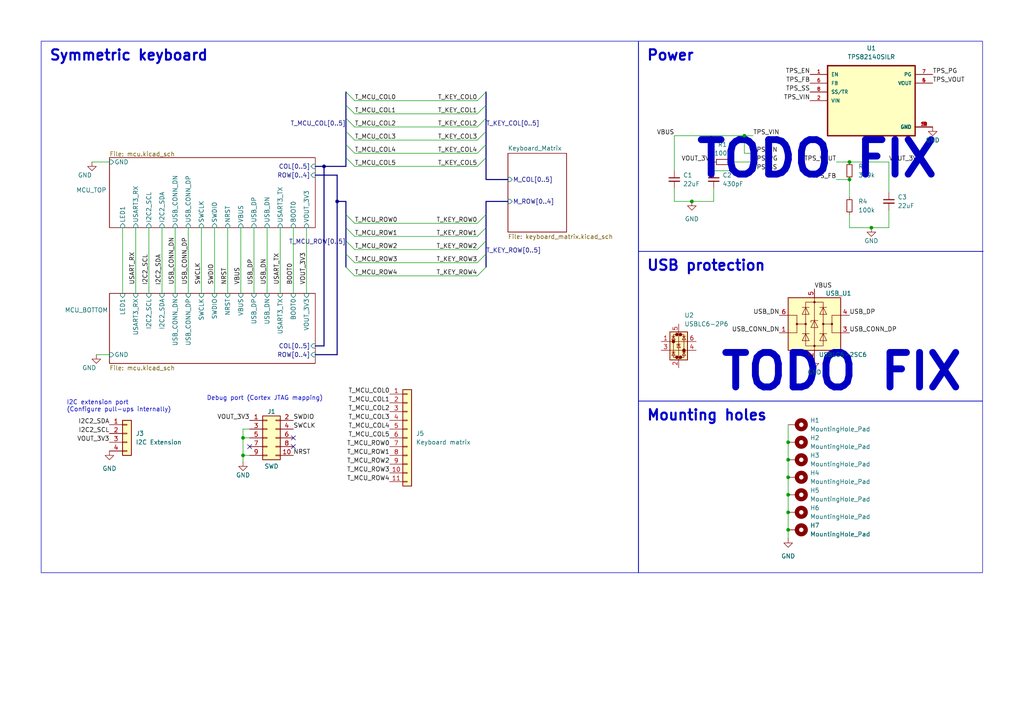
<source format=kicad_sch>
(kicad_sch
	(version 20231120)
	(generator "eeschema")
	(generator_version "8.0")
	(uuid "623f70b3-6381-43ff-98c1-e36c34bee313")
	(paper "A4")
	(lib_symbols
		(symbol "Connector_Generic:Conn_01x04"
			(pin_names
				(offset 1.016) hide)
			(exclude_from_sim no)
			(in_bom yes)
			(on_board yes)
			(property "Reference" "J"
				(at 0 5.08 0)
				(effects
					(font
						(size 1.27 1.27)
					)
				)
			)
			(property "Value" "Conn_01x04"
				(at 0 -7.62 0)
				(effects
					(font
						(size 1.27 1.27)
					)
				)
			)
			(property "Footprint" ""
				(at 0 0 0)
				(effects
					(font
						(size 1.27 1.27)
					)
					(hide yes)
				)
			)
			(property "Datasheet" "~"
				(at 0 0 0)
				(effects
					(font
						(size 1.27 1.27)
					)
					(hide yes)
				)
			)
			(property "Description" "Generic connector, single row, 01x04, script generated (kicad-library-utils/schlib/autogen/connector/)"
				(at 0 0 0)
				(effects
					(font
						(size 1.27 1.27)
					)
					(hide yes)
				)
			)
			(property "ki_keywords" "connector"
				(at 0 0 0)
				(effects
					(font
						(size 1.27 1.27)
					)
					(hide yes)
				)
			)
			(property "ki_fp_filters" "Connector*:*_1x??_*"
				(at 0 0 0)
				(effects
					(font
						(size 1.27 1.27)
					)
					(hide yes)
				)
			)
			(symbol "Conn_01x04_1_1"
				(rectangle
					(start -1.27 -4.953)
					(end 0 -5.207)
					(stroke
						(width 0.1524)
						(type default)
					)
					(fill
						(type none)
					)
				)
				(rectangle
					(start -1.27 -2.413)
					(end 0 -2.667)
					(stroke
						(width 0.1524)
						(type default)
					)
					(fill
						(type none)
					)
				)
				(rectangle
					(start -1.27 0.127)
					(end 0 -0.127)
					(stroke
						(width 0.1524)
						(type default)
					)
					(fill
						(type none)
					)
				)
				(rectangle
					(start -1.27 2.667)
					(end 0 2.413)
					(stroke
						(width 0.1524)
						(type default)
					)
					(fill
						(type none)
					)
				)
				(rectangle
					(start -1.27 3.81)
					(end 1.27 -6.35)
					(stroke
						(width 0.254)
						(type default)
					)
					(fill
						(type background)
					)
				)
				(pin passive line
					(at -5.08 2.54 0)
					(length 3.81)
					(name "Pin_1"
						(effects
							(font
								(size 1.27 1.27)
							)
						)
					)
					(number "1"
						(effects
							(font
								(size 1.27 1.27)
							)
						)
					)
				)
				(pin passive line
					(at -5.08 0 0)
					(length 3.81)
					(name "Pin_2"
						(effects
							(font
								(size 1.27 1.27)
							)
						)
					)
					(number "2"
						(effects
							(font
								(size 1.27 1.27)
							)
						)
					)
				)
				(pin passive line
					(at -5.08 -2.54 0)
					(length 3.81)
					(name "Pin_3"
						(effects
							(font
								(size 1.27 1.27)
							)
						)
					)
					(number "3"
						(effects
							(font
								(size 1.27 1.27)
							)
						)
					)
				)
				(pin passive line
					(at -5.08 -5.08 0)
					(length 3.81)
					(name "Pin_4"
						(effects
							(font
								(size 1.27 1.27)
							)
						)
					)
					(number "4"
						(effects
							(font
								(size 1.27 1.27)
							)
						)
					)
				)
			)
		)
		(symbol "Connector_Generic:Conn_01x11"
			(pin_names
				(offset 1.016) hide)
			(exclude_from_sim no)
			(in_bom yes)
			(on_board yes)
			(property "Reference" "J"
				(at 0 15.24 0)
				(effects
					(font
						(size 1.27 1.27)
					)
				)
			)
			(property "Value" "Conn_01x11"
				(at 0 -15.24 0)
				(effects
					(font
						(size 1.27 1.27)
					)
				)
			)
			(property "Footprint" ""
				(at 0 0 0)
				(effects
					(font
						(size 1.27 1.27)
					)
					(hide yes)
				)
			)
			(property "Datasheet" "~"
				(at 0 0 0)
				(effects
					(font
						(size 1.27 1.27)
					)
					(hide yes)
				)
			)
			(property "Description" "Generic connector, single row, 01x11, script generated (kicad-library-utils/schlib/autogen/connector/)"
				(at 0 0 0)
				(effects
					(font
						(size 1.27 1.27)
					)
					(hide yes)
				)
			)
			(property "ki_keywords" "connector"
				(at 0 0 0)
				(effects
					(font
						(size 1.27 1.27)
					)
					(hide yes)
				)
			)
			(property "ki_fp_filters" "Connector*:*_1x??_*"
				(at 0 0 0)
				(effects
					(font
						(size 1.27 1.27)
					)
					(hide yes)
				)
			)
			(symbol "Conn_01x11_1_1"
				(rectangle
					(start -1.27 -12.573)
					(end 0 -12.827)
					(stroke
						(width 0.1524)
						(type default)
					)
					(fill
						(type none)
					)
				)
				(rectangle
					(start -1.27 -10.033)
					(end 0 -10.287)
					(stroke
						(width 0.1524)
						(type default)
					)
					(fill
						(type none)
					)
				)
				(rectangle
					(start -1.27 -7.493)
					(end 0 -7.747)
					(stroke
						(width 0.1524)
						(type default)
					)
					(fill
						(type none)
					)
				)
				(rectangle
					(start -1.27 -4.953)
					(end 0 -5.207)
					(stroke
						(width 0.1524)
						(type default)
					)
					(fill
						(type none)
					)
				)
				(rectangle
					(start -1.27 -2.413)
					(end 0 -2.667)
					(stroke
						(width 0.1524)
						(type default)
					)
					(fill
						(type none)
					)
				)
				(rectangle
					(start -1.27 0.127)
					(end 0 -0.127)
					(stroke
						(width 0.1524)
						(type default)
					)
					(fill
						(type none)
					)
				)
				(rectangle
					(start -1.27 2.667)
					(end 0 2.413)
					(stroke
						(width 0.1524)
						(type default)
					)
					(fill
						(type none)
					)
				)
				(rectangle
					(start -1.27 5.207)
					(end 0 4.953)
					(stroke
						(width 0.1524)
						(type default)
					)
					(fill
						(type none)
					)
				)
				(rectangle
					(start -1.27 7.747)
					(end 0 7.493)
					(stroke
						(width 0.1524)
						(type default)
					)
					(fill
						(type none)
					)
				)
				(rectangle
					(start -1.27 10.287)
					(end 0 10.033)
					(stroke
						(width 0.1524)
						(type default)
					)
					(fill
						(type none)
					)
				)
				(rectangle
					(start -1.27 12.827)
					(end 0 12.573)
					(stroke
						(width 0.1524)
						(type default)
					)
					(fill
						(type none)
					)
				)
				(rectangle
					(start -1.27 13.97)
					(end 1.27 -13.97)
					(stroke
						(width 0.254)
						(type default)
					)
					(fill
						(type background)
					)
				)
				(pin passive line
					(at -5.08 12.7 0)
					(length 3.81)
					(name "Pin_1"
						(effects
							(font
								(size 1.27 1.27)
							)
						)
					)
					(number "1"
						(effects
							(font
								(size 1.27 1.27)
							)
						)
					)
				)
				(pin passive line
					(at -5.08 -10.16 0)
					(length 3.81)
					(name "Pin_10"
						(effects
							(font
								(size 1.27 1.27)
							)
						)
					)
					(number "10"
						(effects
							(font
								(size 1.27 1.27)
							)
						)
					)
				)
				(pin passive line
					(at -5.08 -12.7 0)
					(length 3.81)
					(name "Pin_11"
						(effects
							(font
								(size 1.27 1.27)
							)
						)
					)
					(number "11"
						(effects
							(font
								(size 1.27 1.27)
							)
						)
					)
				)
				(pin passive line
					(at -5.08 10.16 0)
					(length 3.81)
					(name "Pin_2"
						(effects
							(font
								(size 1.27 1.27)
							)
						)
					)
					(number "2"
						(effects
							(font
								(size 1.27 1.27)
							)
						)
					)
				)
				(pin passive line
					(at -5.08 7.62 0)
					(length 3.81)
					(name "Pin_3"
						(effects
							(font
								(size 1.27 1.27)
							)
						)
					)
					(number "3"
						(effects
							(font
								(size 1.27 1.27)
							)
						)
					)
				)
				(pin passive line
					(at -5.08 5.08 0)
					(length 3.81)
					(name "Pin_4"
						(effects
							(font
								(size 1.27 1.27)
							)
						)
					)
					(number "4"
						(effects
							(font
								(size 1.27 1.27)
							)
						)
					)
				)
				(pin passive line
					(at -5.08 2.54 0)
					(length 3.81)
					(name "Pin_5"
						(effects
							(font
								(size 1.27 1.27)
							)
						)
					)
					(number "5"
						(effects
							(font
								(size 1.27 1.27)
							)
						)
					)
				)
				(pin passive line
					(at -5.08 0 0)
					(length 3.81)
					(name "Pin_6"
						(effects
							(font
								(size 1.27 1.27)
							)
						)
					)
					(number "6"
						(effects
							(font
								(size 1.27 1.27)
							)
						)
					)
				)
				(pin passive line
					(at -5.08 -2.54 0)
					(length 3.81)
					(name "Pin_7"
						(effects
							(font
								(size 1.27 1.27)
							)
						)
					)
					(number "7"
						(effects
							(font
								(size 1.27 1.27)
							)
						)
					)
				)
				(pin passive line
					(at -5.08 -5.08 0)
					(length 3.81)
					(name "Pin_8"
						(effects
							(font
								(size 1.27 1.27)
							)
						)
					)
					(number "8"
						(effects
							(font
								(size 1.27 1.27)
							)
						)
					)
				)
				(pin passive line
					(at -5.08 -7.62 0)
					(length 3.81)
					(name "Pin_9"
						(effects
							(font
								(size 1.27 1.27)
							)
						)
					)
					(number "9"
						(effects
							(font
								(size 1.27 1.27)
							)
						)
					)
				)
			)
		)
		(symbol "Connector_Generic:Conn_02x05_Odd_Even"
			(pin_names
				(offset 1.016) hide)
			(exclude_from_sim no)
			(in_bom yes)
			(on_board yes)
			(property "Reference" "J"
				(at 1.27 7.62 0)
				(effects
					(font
						(size 1.27 1.27)
					)
				)
			)
			(property "Value" "Conn_02x05_Odd_Even"
				(at 1.27 -7.62 0)
				(effects
					(font
						(size 1.27 1.27)
					)
				)
			)
			(property "Footprint" ""
				(at 0 0 0)
				(effects
					(font
						(size 1.27 1.27)
					)
					(hide yes)
				)
			)
			(property "Datasheet" "~"
				(at 0 0 0)
				(effects
					(font
						(size 1.27 1.27)
					)
					(hide yes)
				)
			)
			(property "Description" "Generic connector, double row, 02x05, odd/even pin numbering scheme (row 1 odd numbers, row 2 even numbers), script generated (kicad-library-utils/schlib/autogen/connector/)"
				(at 0 0 0)
				(effects
					(font
						(size 1.27 1.27)
					)
					(hide yes)
				)
			)
			(property "ki_keywords" "connector"
				(at 0 0 0)
				(effects
					(font
						(size 1.27 1.27)
					)
					(hide yes)
				)
			)
			(property "ki_fp_filters" "Connector*:*_2x??_*"
				(at 0 0 0)
				(effects
					(font
						(size 1.27 1.27)
					)
					(hide yes)
				)
			)
			(symbol "Conn_02x05_Odd_Even_1_1"
				(rectangle
					(start -1.27 -4.953)
					(end 0 -5.207)
					(stroke
						(width 0.1524)
						(type default)
					)
					(fill
						(type none)
					)
				)
				(rectangle
					(start -1.27 -2.413)
					(end 0 -2.667)
					(stroke
						(width 0.1524)
						(type default)
					)
					(fill
						(type none)
					)
				)
				(rectangle
					(start -1.27 0.127)
					(end 0 -0.127)
					(stroke
						(width 0.1524)
						(type default)
					)
					(fill
						(type none)
					)
				)
				(rectangle
					(start -1.27 2.667)
					(end 0 2.413)
					(stroke
						(width 0.1524)
						(type default)
					)
					(fill
						(type none)
					)
				)
				(rectangle
					(start -1.27 5.207)
					(end 0 4.953)
					(stroke
						(width 0.1524)
						(type default)
					)
					(fill
						(type none)
					)
				)
				(rectangle
					(start -1.27 6.35)
					(end 3.81 -6.35)
					(stroke
						(width 0.254)
						(type default)
					)
					(fill
						(type background)
					)
				)
				(rectangle
					(start 3.81 -4.953)
					(end 2.54 -5.207)
					(stroke
						(width 0.1524)
						(type default)
					)
					(fill
						(type none)
					)
				)
				(rectangle
					(start 3.81 -2.413)
					(end 2.54 -2.667)
					(stroke
						(width 0.1524)
						(type default)
					)
					(fill
						(type none)
					)
				)
				(rectangle
					(start 3.81 0.127)
					(end 2.54 -0.127)
					(stroke
						(width 0.1524)
						(type default)
					)
					(fill
						(type none)
					)
				)
				(rectangle
					(start 3.81 2.667)
					(end 2.54 2.413)
					(stroke
						(width 0.1524)
						(type default)
					)
					(fill
						(type none)
					)
				)
				(rectangle
					(start 3.81 5.207)
					(end 2.54 4.953)
					(stroke
						(width 0.1524)
						(type default)
					)
					(fill
						(type none)
					)
				)
				(pin passive line
					(at -5.08 5.08 0)
					(length 3.81)
					(name "Pin_1"
						(effects
							(font
								(size 1.27 1.27)
							)
						)
					)
					(number "1"
						(effects
							(font
								(size 1.27 1.27)
							)
						)
					)
				)
				(pin passive line
					(at 7.62 -5.08 180)
					(length 3.81)
					(name "Pin_10"
						(effects
							(font
								(size 1.27 1.27)
							)
						)
					)
					(number "10"
						(effects
							(font
								(size 1.27 1.27)
							)
						)
					)
				)
				(pin passive line
					(at 7.62 5.08 180)
					(length 3.81)
					(name "Pin_2"
						(effects
							(font
								(size 1.27 1.27)
							)
						)
					)
					(number "2"
						(effects
							(font
								(size 1.27 1.27)
							)
						)
					)
				)
				(pin passive line
					(at -5.08 2.54 0)
					(length 3.81)
					(name "Pin_3"
						(effects
							(font
								(size 1.27 1.27)
							)
						)
					)
					(number "3"
						(effects
							(font
								(size 1.27 1.27)
							)
						)
					)
				)
				(pin passive line
					(at 7.62 2.54 180)
					(length 3.81)
					(name "Pin_4"
						(effects
							(font
								(size 1.27 1.27)
							)
						)
					)
					(number "4"
						(effects
							(font
								(size 1.27 1.27)
							)
						)
					)
				)
				(pin passive line
					(at -5.08 0 0)
					(length 3.81)
					(name "Pin_5"
						(effects
							(font
								(size 1.27 1.27)
							)
						)
					)
					(number "5"
						(effects
							(font
								(size 1.27 1.27)
							)
						)
					)
				)
				(pin passive line
					(at 7.62 0 180)
					(length 3.81)
					(name "Pin_6"
						(effects
							(font
								(size 1.27 1.27)
							)
						)
					)
					(number "6"
						(effects
							(font
								(size 1.27 1.27)
							)
						)
					)
				)
				(pin passive line
					(at -5.08 -2.54 0)
					(length 3.81)
					(name "Pin_7"
						(effects
							(font
								(size 1.27 1.27)
							)
						)
					)
					(number "7"
						(effects
							(font
								(size 1.27 1.27)
							)
						)
					)
				)
				(pin passive line
					(at 7.62 -2.54 180)
					(length 3.81)
					(name "Pin_8"
						(effects
							(font
								(size 1.27 1.27)
							)
						)
					)
					(number "8"
						(effects
							(font
								(size 1.27 1.27)
							)
						)
					)
				)
				(pin passive line
					(at -5.08 -5.08 0)
					(length 3.81)
					(name "Pin_9"
						(effects
							(font
								(size 1.27 1.27)
							)
						)
					)
					(number "9"
						(effects
							(font
								(size 1.27 1.27)
							)
						)
					)
				)
			)
		)
		(symbol "Device:C_Small"
			(pin_numbers hide)
			(pin_names
				(offset 0.254) hide)
			(exclude_from_sim no)
			(in_bom yes)
			(on_board yes)
			(property "Reference" "C"
				(at 0.254 1.778 0)
				(effects
					(font
						(size 1.27 1.27)
					)
					(justify left)
				)
			)
			(property "Value" "C_Small"
				(at 0.254 -2.032 0)
				(effects
					(font
						(size 1.27 1.27)
					)
					(justify left)
				)
			)
			(property "Footprint" ""
				(at 0 0 0)
				(effects
					(font
						(size 1.27 1.27)
					)
					(hide yes)
				)
			)
			(property "Datasheet" "~"
				(at 0 0 0)
				(effects
					(font
						(size 1.27 1.27)
					)
					(hide yes)
				)
			)
			(property "Description" "Unpolarized capacitor, small symbol"
				(at 0 0 0)
				(effects
					(font
						(size 1.27 1.27)
					)
					(hide yes)
				)
			)
			(property "ki_keywords" "capacitor cap"
				(at 0 0 0)
				(effects
					(font
						(size 1.27 1.27)
					)
					(hide yes)
				)
			)
			(property "ki_fp_filters" "C_*"
				(at 0 0 0)
				(effects
					(font
						(size 1.27 1.27)
					)
					(hide yes)
				)
			)
			(symbol "C_Small_0_1"
				(polyline
					(pts
						(xy -1.524 -0.508) (xy 1.524 -0.508)
					)
					(stroke
						(width 0.3302)
						(type default)
					)
					(fill
						(type none)
					)
				)
				(polyline
					(pts
						(xy -1.524 0.508) (xy 1.524 0.508)
					)
					(stroke
						(width 0.3048)
						(type default)
					)
					(fill
						(type none)
					)
				)
			)
			(symbol "C_Small_1_1"
				(pin passive line
					(at 0 2.54 270)
					(length 2.032)
					(name "~"
						(effects
							(font
								(size 1.27 1.27)
							)
						)
					)
					(number "1"
						(effects
							(font
								(size 1.27 1.27)
							)
						)
					)
				)
				(pin passive line
					(at 0 -2.54 90)
					(length 2.032)
					(name "~"
						(effects
							(font
								(size 1.27 1.27)
							)
						)
					)
					(number "2"
						(effects
							(font
								(size 1.27 1.27)
							)
						)
					)
				)
			)
		)
		(symbol "Device:R_Small"
			(pin_numbers hide)
			(pin_names
				(offset 0.254) hide)
			(exclude_from_sim no)
			(in_bom yes)
			(on_board yes)
			(property "Reference" "R"
				(at 0.762 0.508 0)
				(effects
					(font
						(size 1.27 1.27)
					)
					(justify left)
				)
			)
			(property "Value" "R_Small"
				(at 0.762 -1.016 0)
				(effects
					(font
						(size 1.27 1.27)
					)
					(justify left)
				)
			)
			(property "Footprint" ""
				(at 0 0 0)
				(effects
					(font
						(size 1.27 1.27)
					)
					(hide yes)
				)
			)
			(property "Datasheet" "~"
				(at 0 0 0)
				(effects
					(font
						(size 1.27 1.27)
					)
					(hide yes)
				)
			)
			(property "Description" "Resistor, small symbol"
				(at 0 0 0)
				(effects
					(font
						(size 1.27 1.27)
					)
					(hide yes)
				)
			)
			(property "ki_keywords" "R resistor"
				(at 0 0 0)
				(effects
					(font
						(size 1.27 1.27)
					)
					(hide yes)
				)
			)
			(property "ki_fp_filters" "R_*"
				(at 0 0 0)
				(effects
					(font
						(size 1.27 1.27)
					)
					(hide yes)
				)
			)
			(symbol "R_Small_0_1"
				(rectangle
					(start -0.762 1.778)
					(end 0.762 -1.778)
					(stroke
						(width 0.2032)
						(type default)
					)
					(fill
						(type none)
					)
				)
			)
			(symbol "R_Small_1_1"
				(pin passive line
					(at 0 2.54 270)
					(length 0.762)
					(name "~"
						(effects
							(font
								(size 1.27 1.27)
							)
						)
					)
					(number "1"
						(effects
							(font
								(size 1.27 1.27)
							)
						)
					)
				)
				(pin passive line
					(at 0 -2.54 90)
					(length 0.762)
					(name "~"
						(effects
							(font
								(size 1.27 1.27)
							)
						)
					)
					(number "2"
						(effects
							(font
								(size 1.27 1.27)
							)
						)
					)
				)
			)
		)
		(symbol "GND_1"
			(power)
			(pin_numbers hide)
			(pin_names
				(offset 0) hide)
			(exclude_from_sim no)
			(in_bom yes)
			(on_board yes)
			(property "Reference" "#PWR"
				(at 0 -6.35 0)
				(effects
					(font
						(size 1.27 1.27)
					)
					(hide yes)
				)
			)
			(property "Value" "GND"
				(at 0 -3.81 0)
				(effects
					(font
						(size 1.27 1.27)
					)
				)
			)
			(property "Footprint" ""
				(at 0 0 0)
				(effects
					(font
						(size 1.27 1.27)
					)
					(hide yes)
				)
			)
			(property "Datasheet" ""
				(at 0 0 0)
				(effects
					(font
						(size 1.27 1.27)
					)
					(hide yes)
				)
			)
			(property "Description" "Power symbol creates a global label with name \"GND\" , ground"
				(at 0 0 0)
				(effects
					(font
						(size 1.27 1.27)
					)
					(hide yes)
				)
			)
			(property "ki_keywords" "global power"
				(at 0 0 0)
				(effects
					(font
						(size 1.27 1.27)
					)
					(hide yes)
				)
			)
			(symbol "GND_1_0_1"
				(polyline
					(pts
						(xy 0 0) (xy 0 -1.27) (xy 1.27 -1.27) (xy 0 -2.54) (xy -1.27 -1.27) (xy 0 -1.27)
					)
					(stroke
						(width 0)
						(type default)
					)
					(fill
						(type none)
					)
				)
			)
			(symbol "GND_1_1_1"
				(pin power_in line
					(at 0 0 270)
					(length 0)
					(name "~"
						(effects
							(font
								(size 1.27 1.27)
							)
						)
					)
					(number "1"
						(effects
							(font
								(size 1.27 1.27)
							)
						)
					)
				)
			)
		)
		(symbol "Mechanical:MountingHole_Pad"
			(pin_numbers hide)
			(pin_names
				(offset 1.016) hide)
			(exclude_from_sim yes)
			(in_bom no)
			(on_board yes)
			(property "Reference" "H"
				(at 0 6.35 0)
				(effects
					(font
						(size 1.27 1.27)
					)
				)
			)
			(property "Value" "MountingHole_Pad"
				(at 0 4.445 0)
				(effects
					(font
						(size 1.27 1.27)
					)
				)
			)
			(property "Footprint" ""
				(at 0 0 0)
				(effects
					(font
						(size 1.27 1.27)
					)
					(hide yes)
				)
			)
			(property "Datasheet" "~"
				(at 0 0 0)
				(effects
					(font
						(size 1.27 1.27)
					)
					(hide yes)
				)
			)
			(property "Description" "Mounting Hole with connection"
				(at 0 0 0)
				(effects
					(font
						(size 1.27 1.27)
					)
					(hide yes)
				)
			)
			(property "ki_keywords" "mounting hole"
				(at 0 0 0)
				(effects
					(font
						(size 1.27 1.27)
					)
					(hide yes)
				)
			)
			(property "ki_fp_filters" "MountingHole*Pad*"
				(at 0 0 0)
				(effects
					(font
						(size 1.27 1.27)
					)
					(hide yes)
				)
			)
			(symbol "MountingHole_Pad_0_1"
				(circle
					(center 0 1.27)
					(radius 1.27)
					(stroke
						(width 1.27)
						(type default)
					)
					(fill
						(type none)
					)
				)
			)
			(symbol "MountingHole_Pad_1_1"
				(pin input line
					(at 0 -2.54 90)
					(length 2.54)
					(name "1"
						(effects
							(font
								(size 1.27 1.27)
							)
						)
					)
					(number "1"
						(effects
							(font
								(size 1.27 1.27)
							)
						)
					)
				)
			)
		)
		(symbol "Power_Protection:USBLC6-2P6"
			(pin_names hide)
			(exclude_from_sim no)
			(in_bom yes)
			(on_board yes)
			(property "Reference" "U"
				(at 0.635 5.715 0)
				(effects
					(font
						(size 1.27 1.27)
					)
					(justify left)
				)
			)
			(property "Value" "USBLC6-2P6"
				(at 0.635 3.81 0)
				(effects
					(font
						(size 1.27 1.27)
					)
					(justify left)
				)
			)
			(property "Footprint" "Package_TO_SOT_SMD:SOT-666"
				(at 1.016 -6.731 0)
				(effects
					(font
						(size 1.27 1.27)
						(italic yes)
					)
					(justify left)
					(hide yes)
				)
			)
			(property "Datasheet" "https://www.st.com/resource/en/datasheet/usblc6-2.pdf"
				(at 1.016 -8.636 0)
				(effects
					(font
						(size 1.27 1.27)
					)
					(justify left)
					(hide yes)
				)
			)
			(property "Description" "Very low capacitance ESD protection diode, 2 data-line, SOT-666"
				(at 0 0 0)
				(effects
					(font
						(size 1.27 1.27)
					)
					(hide yes)
				)
			)
			(property "ki_keywords" "usb ethernet video"
				(at 0 0 0)
				(effects
					(font
						(size 1.27 1.27)
					)
					(hide yes)
				)
			)
			(property "ki_fp_filters" "SOT?666*"
				(at 0 0 0)
				(effects
					(font
						(size 1.27 1.27)
					)
					(hide yes)
				)
			)
			(symbol "USBLC6-2P6_0_0"
				(circle
					(center -1.524 0)
					(radius 0.0001)
					(stroke
						(width 0.508)
						(type default)
					)
					(fill
						(type none)
					)
				)
				(circle
					(center -0.508 -4.572)
					(radius 0.0001)
					(stroke
						(width 0.508)
						(type default)
					)
					(fill
						(type none)
					)
				)
				(circle
					(center -0.508 2.032)
					(radius 0.0001)
					(stroke
						(width 0.508)
						(type default)
					)
					(fill
						(type none)
					)
				)
				(circle
					(center 0.508 -4.572)
					(radius 0.0001)
					(stroke
						(width 0.508)
						(type default)
					)
					(fill
						(type none)
					)
				)
				(circle
					(center 0.508 2.032)
					(radius 0.0001)
					(stroke
						(width 0.508)
						(type default)
					)
					(fill
						(type none)
					)
				)
				(circle
					(center 1.524 -2.54)
					(radius 0.0001)
					(stroke
						(width 0.508)
						(type default)
					)
					(fill
						(type none)
					)
				)
			)
			(symbol "USBLC6-2P6_0_1"
				(polyline
					(pts
						(xy -2.54 -2.54) (xy 2.54 -2.54)
					)
					(stroke
						(width 0)
						(type default)
					)
					(fill
						(type none)
					)
				)
				(polyline
					(pts
						(xy -2.54 0) (xy 2.54 0)
					)
					(stroke
						(width 0)
						(type default)
					)
					(fill
						(type none)
					)
				)
				(polyline
					(pts
						(xy -2.032 -3.048) (xy -1.016 -3.048)
					)
					(stroke
						(width 0)
						(type default)
					)
					(fill
						(type none)
					)
				)
				(polyline
					(pts
						(xy -1.016 1.524) (xy -2.032 1.524)
					)
					(stroke
						(width 0)
						(type default)
					)
					(fill
						(type none)
					)
				)
				(polyline
					(pts
						(xy 1.016 -3.048) (xy 2.032 -3.048)
					)
					(stroke
						(width 0)
						(type default)
					)
					(fill
						(type none)
					)
				)
				(polyline
					(pts
						(xy 1.016 1.524) (xy 2.032 1.524)
					)
					(stroke
						(width 0)
						(type default)
					)
					(fill
						(type none)
					)
				)
				(polyline
					(pts
						(xy -0.508 -1.143) (xy -0.508 -0.762) (xy 0.508 -0.762)
					)
					(stroke
						(width 0)
						(type default)
					)
					(fill
						(type none)
					)
				)
				(polyline
					(pts
						(xy -2.032 0.508) (xy -1.016 0.508) (xy -1.524 1.524) (xy -2.032 0.508)
					)
					(stroke
						(width 0)
						(type default)
					)
					(fill
						(type none)
					)
				)
				(polyline
					(pts
						(xy -1.016 -4.064) (xy -2.032 -4.064) (xy -1.524 -3.048) (xy -1.016 -4.064)
					)
					(stroke
						(width 0)
						(type default)
					)
					(fill
						(type none)
					)
				)
				(polyline
					(pts
						(xy 0.508 -1.778) (xy -0.508 -1.778) (xy 0 -0.762) (xy 0.508 -1.778)
					)
					(stroke
						(width 0)
						(type default)
					)
					(fill
						(type none)
					)
				)
				(polyline
					(pts
						(xy 2.032 -4.064) (xy 1.016 -4.064) (xy 1.524 -3.048) (xy 2.032 -4.064)
					)
					(stroke
						(width 0)
						(type default)
					)
					(fill
						(type none)
					)
				)
				(polyline
					(pts
						(xy 2.032 0.508) (xy 1.016 0.508) (xy 1.524 1.524) (xy 2.032 0.508)
					)
					(stroke
						(width 0)
						(type default)
					)
					(fill
						(type none)
					)
				)
				(polyline
					(pts
						(xy 0 2.54) (xy -0.508 2.032) (xy 0.508 2.032) (xy 0 1.524) (xy 0 -4.064) (xy -0.508 -4.572) (xy 0.508 -4.572)
						(xy 0 -5.08)
					)
					(stroke
						(width 0)
						(type default)
					)
					(fill
						(type none)
					)
				)
			)
			(symbol "USBLC6-2P6_1_1"
				(rectangle
					(start -2.54 2.794)
					(end 2.54 -5.334)
					(stroke
						(width 0.254)
						(type default)
					)
					(fill
						(type background)
					)
				)
				(polyline
					(pts
						(xy -0.508 2.032) (xy -1.524 2.032) (xy -1.524 -4.572) (xy -0.508 -4.572)
					)
					(stroke
						(width 0)
						(type default)
					)
					(fill
						(type none)
					)
				)
				(polyline
					(pts
						(xy 0.508 -4.572) (xy 1.524 -4.572) (xy 1.524 2.032) (xy 0.508 2.032)
					)
					(stroke
						(width 0)
						(type default)
					)
					(fill
						(type none)
					)
				)
				(pin passive line
					(at -5.08 0 0)
					(length 2.54)
					(name "I/O1"
						(effects
							(font
								(size 1.27 1.27)
							)
						)
					)
					(number "1"
						(effects
							(font
								(size 1.27 1.27)
							)
						)
					)
				)
				(pin passive line
					(at 0 -7.62 90)
					(length 2.54)
					(name "GND"
						(effects
							(font
								(size 1.27 1.27)
							)
						)
					)
					(number "2"
						(effects
							(font
								(size 1.27 1.27)
							)
						)
					)
				)
				(pin passive line
					(at -5.08 -2.54 0)
					(length 2.54)
					(name "I/O2"
						(effects
							(font
								(size 1.27 1.27)
							)
						)
					)
					(number "3"
						(effects
							(font
								(size 1.27 1.27)
							)
						)
					)
				)
				(pin passive line
					(at 5.08 -2.54 180)
					(length 2.54)
					(name "I/O2"
						(effects
							(font
								(size 1.27 1.27)
							)
						)
					)
					(number "4"
						(effects
							(font
								(size 1.27 1.27)
							)
						)
					)
				)
				(pin passive line
					(at 0 5.08 270)
					(length 2.54)
					(name "VBUS"
						(effects
							(font
								(size 1.27 1.27)
							)
						)
					)
					(number "5"
						(effects
							(font
								(size 1.27 1.27)
							)
						)
					)
				)
				(pin passive line
					(at 5.08 0 180)
					(length 2.54)
					(name "I/O1"
						(effects
							(font
								(size 1.27 1.27)
							)
						)
					)
					(number "6"
						(effects
							(font
								(size 1.27 1.27)
							)
						)
					)
				)
			)
		)
		(symbol "STM32F4_REV2-rescue:GND-power"
			(power)
			(pin_names
				(offset 0)
			)
			(exclude_from_sim no)
			(in_bom yes)
			(on_board yes)
			(property "Reference" "#PWR"
				(at 0 -6.35 0)
				(effects
					(font
						(size 1.27 1.27)
					)
					(hide yes)
				)
			)
			(property "Value" "power_GND"
				(at 0 -3.81 0)
				(effects
					(font
						(size 1.27 1.27)
					)
				)
			)
			(property "Footprint" ""
				(at 0 0 0)
				(effects
					(font
						(size 1.27 1.27)
					)
					(hide yes)
				)
			)
			(property "Datasheet" ""
				(at 0 0 0)
				(effects
					(font
						(size 1.27 1.27)
					)
					(hide yes)
				)
			)
			(property "Description" ""
				(at 0 0 0)
				(effects
					(font
						(size 1.27 1.27)
					)
					(hide yes)
				)
			)
			(symbol "GND-power_0_1"
				(polyline
					(pts
						(xy 0 0) (xy 0 -1.27) (xy 1.27 -1.27) (xy 0 -2.54) (xy -1.27 -1.27) (xy 0 -1.27)
					)
					(stroke
						(width 0)
						(type solid)
					)
					(fill
						(type none)
					)
				)
			)
			(symbol "GND-power_1_1"
				(pin power_in line
					(at 0 0 270)
					(length 0) hide
					(name "GND"
						(effects
							(font
								(size 1.27 1.27)
							)
						)
					)
					(number "1"
						(effects
							(font
								(size 1.27 1.27)
							)
						)
					)
				)
			)
		)
		(symbol "STM32F4_REV2-rescue:USBLC6-2SC6-Power_Protection"
			(pin_names hide)
			(exclude_from_sim no)
			(in_bom yes)
			(on_board yes)
			(property "Reference" "U"
				(at 2.54 8.89 0)
				(effects
					(font
						(size 1.27 1.27)
					)
					(justify left)
				)
			)
			(property "Value" "Power_Protection_USBLC6-2SC6"
				(at 2.54 -8.89 0)
				(effects
					(font
						(size 1.27 1.27)
					)
					(justify left)
				)
			)
			(property "Footprint" "Package_TO_SOT_SMD:SOT-23-6"
				(at 0 -12.7 0)
				(effects
					(font
						(size 1.27 1.27)
					)
					(hide yes)
				)
			)
			(property "Datasheet" ""
				(at 5.08 8.89 0)
				(effects
					(font
						(size 1.27 1.27)
					)
					(hide yes)
				)
			)
			(property "Description" ""
				(at 0 0 0)
				(effects
					(font
						(size 1.27 1.27)
					)
					(hide yes)
				)
			)
			(property "ki_fp_filters" "SOT?23*"
				(at 0 0 0)
				(effects
					(font
						(size 1.27 1.27)
					)
					(hide yes)
				)
			)
			(symbol "USBLC6-2SC6-Power_Protection_0_1"
				(rectangle
					(start -7.62 -7.62)
					(end 7.62 7.62)
					(stroke
						(width 0.254)
						(type solid)
					)
					(fill
						(type background)
					)
				)
				(circle
					(center -5.08 0)
					(radius 0.254)
					(stroke
						(width 0)
						(type solid)
					)
					(fill
						(type outline)
					)
				)
				(circle
					(center -2.54 0)
					(radius 0.254)
					(stroke
						(width 0)
						(type solid)
					)
					(fill
						(type outline)
					)
				)
				(rectangle
					(start -2.54 6.35)
					(end 2.54 -6.35)
					(stroke
						(width 0)
						(type solid)
					)
					(fill
						(type none)
					)
				)
				(circle
					(center 0 -6.35)
					(radius 0.254)
					(stroke
						(width 0)
						(type solid)
					)
					(fill
						(type outline)
					)
				)
				(polyline
					(pts
						(xy -5.08 -2.54) (xy -7.62 -2.54)
					)
					(stroke
						(width 0)
						(type solid)
					)
					(fill
						(type none)
					)
				)
				(polyline
					(pts
						(xy -5.08 0) (xy -5.08 -2.54)
					)
					(stroke
						(width 0)
						(type solid)
					)
					(fill
						(type none)
					)
				)
				(polyline
					(pts
						(xy -5.08 2.54) (xy -7.62 2.54)
					)
					(stroke
						(width 0)
						(type solid)
					)
					(fill
						(type none)
					)
				)
				(polyline
					(pts
						(xy -1.524 -2.794) (xy -3.556 -2.794)
					)
					(stroke
						(width 0)
						(type solid)
					)
					(fill
						(type none)
					)
				)
				(polyline
					(pts
						(xy -1.524 4.826) (xy -3.556 4.826)
					)
					(stroke
						(width 0)
						(type solid)
					)
					(fill
						(type none)
					)
				)
				(polyline
					(pts
						(xy 0 -7.62) (xy 0 -6.35)
					)
					(stroke
						(width 0)
						(type solid)
					)
					(fill
						(type none)
					)
				)
				(polyline
					(pts
						(xy 0 -6.35) (xy 0 1.27)
					)
					(stroke
						(width 0)
						(type solid)
					)
					(fill
						(type none)
					)
				)
				(polyline
					(pts
						(xy 0 1.27) (xy 0 6.35)
					)
					(stroke
						(width 0)
						(type solid)
					)
					(fill
						(type none)
					)
				)
				(polyline
					(pts
						(xy 0 6.35) (xy 0 7.62)
					)
					(stroke
						(width 0)
						(type solid)
					)
					(fill
						(type none)
					)
				)
				(polyline
					(pts
						(xy 1.524 -2.794) (xy 3.556 -2.794)
					)
					(stroke
						(width 0)
						(type solid)
					)
					(fill
						(type none)
					)
				)
				(polyline
					(pts
						(xy 1.524 4.826) (xy 3.556 4.826)
					)
					(stroke
						(width 0)
						(type solid)
					)
					(fill
						(type none)
					)
				)
				(polyline
					(pts
						(xy 5.08 -2.54) (xy 7.62 -2.54)
					)
					(stroke
						(width 0)
						(type solid)
					)
					(fill
						(type none)
					)
				)
				(polyline
					(pts
						(xy 5.08 0) (xy 5.08 -2.54)
					)
					(stroke
						(width 0)
						(type solid)
					)
					(fill
						(type none)
					)
				)
				(polyline
					(pts
						(xy 5.08 2.54) (xy 7.62 2.54)
					)
					(stroke
						(width 0)
						(type solid)
					)
					(fill
						(type none)
					)
				)
				(polyline
					(pts
						(xy -2.54 0) (xy -5.08 0) (xy -5.08 2.54)
					)
					(stroke
						(width 0)
						(type solid)
					)
					(fill
						(type none)
					)
				)
				(polyline
					(pts
						(xy 2.54 0) (xy 5.08 0) (xy 5.08 2.54)
					)
					(stroke
						(width 0)
						(type solid)
					)
					(fill
						(type none)
					)
				)
				(polyline
					(pts
						(xy -3.556 -4.826) (xy -1.524 -4.826) (xy -2.54 -2.794) (xy -3.556 -4.826)
					)
					(stroke
						(width 0)
						(type solid)
					)
					(fill
						(type none)
					)
				)
				(polyline
					(pts
						(xy -3.556 2.794) (xy -1.524 2.794) (xy -2.54 4.826) (xy -3.556 2.794)
					)
					(stroke
						(width 0)
						(type solid)
					)
					(fill
						(type none)
					)
				)
				(polyline
					(pts
						(xy -1.016 -1.016) (xy 1.016 -1.016) (xy 0 1.016) (xy -1.016 -1.016)
					)
					(stroke
						(width 0)
						(type solid)
					)
					(fill
						(type none)
					)
				)
				(polyline
					(pts
						(xy 1.016 1.016) (xy 0.762 1.016) (xy -1.016 1.016) (xy -1.016 0.508)
					)
					(stroke
						(width 0)
						(type solid)
					)
					(fill
						(type none)
					)
				)
				(polyline
					(pts
						(xy 3.556 -4.826) (xy 1.524 -4.826) (xy 2.54 -2.794) (xy 3.556 -4.826)
					)
					(stroke
						(width 0)
						(type solid)
					)
					(fill
						(type none)
					)
				)
				(polyline
					(pts
						(xy 3.556 2.794) (xy 1.524 2.794) (xy 2.54 4.826) (xy 3.556 2.794)
					)
					(stroke
						(width 0)
						(type solid)
					)
					(fill
						(type none)
					)
				)
				(circle
					(center 0 6.35)
					(radius 0.254)
					(stroke
						(width 0)
						(type solid)
					)
					(fill
						(type outline)
					)
				)
				(circle
					(center 2.54 0)
					(radius 0.254)
					(stroke
						(width 0)
						(type solid)
					)
					(fill
						(type outline)
					)
				)
				(circle
					(center 5.08 0)
					(radius 0.254)
					(stroke
						(width 0)
						(type solid)
					)
					(fill
						(type outline)
					)
				)
			)
			(symbol "USBLC6-2SC6-Power_Protection_1_1"
				(pin passive line
					(at -10.16 -2.54 0)
					(length 2.54)
					(name "I/O1"
						(effects
							(font
								(size 1.27 1.27)
							)
						)
					)
					(number "1"
						(effects
							(font
								(size 1.27 1.27)
							)
						)
					)
				)
				(pin passive line
					(at 0 -10.16 90)
					(length 2.54)
					(name "GND"
						(effects
							(font
								(size 1.27 1.27)
							)
						)
					)
					(number "2"
						(effects
							(font
								(size 1.27 1.27)
							)
						)
					)
				)
				(pin passive line
					(at 10.16 -2.54 180)
					(length 2.54)
					(name "I/O2"
						(effects
							(font
								(size 1.27 1.27)
							)
						)
					)
					(number "3"
						(effects
							(font
								(size 1.27 1.27)
							)
						)
					)
				)
				(pin passive line
					(at 10.16 2.54 180)
					(length 2.54)
					(name "I/O2"
						(effects
							(font
								(size 1.27 1.27)
							)
						)
					)
					(number "4"
						(effects
							(font
								(size 1.27 1.27)
							)
						)
					)
				)
				(pin passive line
					(at 0 10.16 270)
					(length 2.54)
					(name "VBUS"
						(effects
							(font
								(size 1.27 1.27)
							)
						)
					)
					(number "5"
						(effects
							(font
								(size 1.27 1.27)
							)
						)
					)
				)
				(pin passive line
					(at -10.16 2.54 0)
					(length 2.54)
					(name "I/O1"
						(effects
							(font
								(size 1.27 1.27)
							)
						)
					)
					(number "6"
						(effects
							(font
								(size 1.27 1.27)
							)
						)
					)
				)
			)
		)
		(symbol "TPS82140SILR:TPS82140SILR"
			(pin_names
				(offset 1.016)
			)
			(exclude_from_sim no)
			(in_bom yes)
			(on_board yes)
			(property "Reference" "PS"
				(at -12.7 11.16 0)
				(effects
					(font
						(size 1.27 1.27)
					)
					(justify left bottom)
				)
			)
			(property "Value" "TPS82140SILR"
				(at -12.7 -14.16 0)
				(effects
					(font
						(size 1.27 1.27)
					)
					(justify left bottom)
				)
			)
			(property "Footprint" "TPS82140SILR:CONV_TPS82140SILR"
				(at 0 0 0)
				(effects
					(font
						(size 1.27 1.27)
					)
					(justify bottom)
					(hide yes)
				)
			)
			(property "Datasheet" ""
				(at 0 0 0)
				(effects
					(font
						(size 1.27 1.27)
					)
					(hide yes)
				)
			)
			(property "Description" ""
				(at 0 0 0)
				(effects
					(font
						(size 1.27 1.27)
					)
					(hide yes)
				)
			)
			(property "MF" "Texas Instruments"
				(at 0 0 0)
				(effects
					(font
						(size 1.27 1.27)
					)
					(justify bottom)
					(hide yes)
				)
			)
			(property "Description_1" "\n17V Input 2A Synchronous Step-Down Converter MicroSiP™ Module With Integrated Inductor\n"
				(at 0 0 0)
				(effects
					(font
						(size 1.27 1.27)
					)
					(justify bottom)
					(hide yes)
				)
			)
			(property "Package" "USIP-8 Texas Instruments"
				(at 0 0 0)
				(effects
					(font
						(size 1.27 1.27)
					)
					(justify bottom)
					(hide yes)
				)
			)
			(property "Price" "None"
				(at 0 0 0)
				(effects
					(font
						(size 1.27 1.27)
					)
					(justify bottom)
					(hide yes)
				)
			)
			(property "SnapEDA_Link" "https://www.snapeda.com/parts/TPS82140SILR/Texas+Instruments/view-part/?ref=snap"
				(at 0 0 0)
				(effects
					(font
						(size 1.27 1.27)
					)
					(justify bottom)
					(hide yes)
				)
			)
			(property "MP" "TPS82140SILR"
				(at 0 0 0)
				(effects
					(font
						(size 1.27 1.27)
					)
					(justify bottom)
					(hide yes)
				)
			)
			(property "Purchase-URL" "https://www.snapeda.com/api/url_track_click_mouser/?unipart_id=1730282&manufacturer=Texas Instruments&part_name=TPS82140SILR&search_term=tps82140silr"
				(at 0 0 0)
				(effects
					(font
						(size 1.27 1.27)
					)
					(justify bottom)
					(hide yes)
				)
			)
			(property "Availability" "In Stock"
				(at 0 0 0)
				(effects
					(font
						(size 1.27 1.27)
					)
					(justify bottom)
					(hide yes)
				)
			)
			(property "Check_prices" "https://www.snapeda.com/parts/TPS82140SILR/Texas+Instruments/view-part/?ref=eda"
				(at 0 0 0)
				(effects
					(font
						(size 1.27 1.27)
					)
					(justify bottom)
					(hide yes)
				)
			)
			(symbol "TPS82140SILR_0_0"
				(rectangle
					(start -12.7 -10.16)
					(end 12.7 10.16)
					(stroke
						(width 0.41)
						(type default)
					)
					(fill
						(type background)
					)
				)
				(pin input line
					(at -17.78 7.62 0)
					(length 5.08)
					(name "EN"
						(effects
							(font
								(size 1.016 1.016)
							)
						)
					)
					(number "1"
						(effects
							(font
								(size 1.016 1.016)
							)
						)
					)
				)
				(pin power_in line
					(at 17.78 -7.62 180)
					(length 5.08)
					(name "GND"
						(effects
							(font
								(size 1.016 1.016)
							)
						)
					)
					(number "10"
						(effects
							(font
								(size 1.016 1.016)
							)
						)
					)
				)
				(pin power_in line
					(at 17.78 -7.62 180)
					(length 5.08)
					(name "GND"
						(effects
							(font
								(size 1.016 1.016)
							)
						)
					)
					(number "11"
						(effects
							(font
								(size 1.016 1.016)
							)
						)
					)
				)
				(pin power_in line
					(at 17.78 -7.62 180)
					(length 5.08)
					(name "GND"
						(effects
							(font
								(size 1.016 1.016)
							)
						)
					)
					(number "12"
						(effects
							(font
								(size 1.016 1.016)
							)
						)
					)
				)
				(pin input line
					(at -17.78 0 0)
					(length 5.08)
					(name "VIN"
						(effects
							(font
								(size 1.016 1.016)
							)
						)
					)
					(number "2"
						(effects
							(font
								(size 1.016 1.016)
							)
						)
					)
				)
				(pin power_in line
					(at 17.78 -7.62 180)
					(length 5.08)
					(name "GND"
						(effects
							(font
								(size 1.016 1.016)
							)
						)
					)
					(number "3"
						(effects
							(font
								(size 1.016 1.016)
							)
						)
					)
				)
				(pin output line
					(at 17.78 5.08 180)
					(length 5.08)
					(name "VOUT"
						(effects
							(font
								(size 1.016 1.016)
							)
						)
					)
					(number "4"
						(effects
							(font
								(size 1.016 1.016)
							)
						)
					)
				)
				(pin output line
					(at 17.78 5.08 180)
					(length 5.08)
					(name "VOUT"
						(effects
							(font
								(size 1.016 1.016)
							)
						)
					)
					(number "5"
						(effects
							(font
								(size 1.016 1.016)
							)
						)
					)
				)
				(pin input line
					(at -17.78 5.08 0)
					(length 5.08)
					(name "FB"
						(effects
							(font
								(size 1.016 1.016)
							)
						)
					)
					(number "6"
						(effects
							(font
								(size 1.016 1.016)
							)
						)
					)
				)
				(pin output line
					(at 17.78 7.62 180)
					(length 5.08)
					(name "PG"
						(effects
							(font
								(size 1.016 1.016)
							)
						)
					)
					(number "7"
						(effects
							(font
								(size 1.016 1.016)
							)
						)
					)
				)
				(pin input line
					(at -17.78 2.54 0)
					(length 5.08)
					(name "SS/TR"
						(effects
							(font
								(size 1.016 1.016)
							)
						)
					)
					(number "8"
						(effects
							(font
								(size 1.016 1.016)
							)
						)
					)
				)
				(pin power_in line
					(at 17.78 -7.62 180)
					(length 5.08)
					(name "GND"
						(effects
							(font
								(size 1.016 1.016)
							)
						)
					)
					(number "9"
						(effects
							(font
								(size 1.016 1.016)
							)
						)
					)
				)
			)
		)
		(symbol "power:GND"
			(power)
			(pin_names
				(offset 0)
			)
			(exclude_from_sim no)
			(in_bom yes)
			(on_board yes)
			(property "Reference" "#PWR"
				(at 0 -6.35 0)
				(effects
					(font
						(size 1.27 1.27)
					)
					(hide yes)
				)
			)
			(property "Value" "GND"
				(at 0 -3.81 0)
				(effects
					(font
						(size 1.27 1.27)
					)
				)
			)
			(property "Footprint" ""
				(at 0 0 0)
				(effects
					(font
						(size 1.27 1.27)
					)
					(hide yes)
				)
			)
			(property "Datasheet" ""
				(at 0 0 0)
				(effects
					(font
						(size 1.27 1.27)
					)
					(hide yes)
				)
			)
			(property "Description" "Power symbol creates a global label with name \"GND\" , ground"
				(at 0 0 0)
				(effects
					(font
						(size 1.27 1.27)
					)
					(hide yes)
				)
			)
			(property "ki_keywords" "global power"
				(at 0 0 0)
				(effects
					(font
						(size 1.27 1.27)
					)
					(hide yes)
				)
			)
			(symbol "GND_0_1"
				(polyline
					(pts
						(xy 0 0) (xy 0 -1.27) (xy 1.27 -1.27) (xy 0 -2.54) (xy -1.27 -1.27) (xy 0 -1.27)
					)
					(stroke
						(width 0)
						(type default)
					)
					(fill
						(type none)
					)
				)
			)
			(symbol "GND_1_1"
				(pin power_in line
					(at 0 0 270)
					(length 0) hide
					(name "GND"
						(effects
							(font
								(size 1.27 1.27)
							)
						)
					)
					(number "1"
						(effects
							(font
								(size 1.27 1.27)
							)
						)
					)
				)
			)
		)
	)
	(junction
		(at 97.79 58.42)
		(diameter 0)
		(color 0 0 0 0)
		(uuid "0ccbd002-d085-414d-9195-016fd737027b")
	)
	(junction
		(at 228.6 128.27)
		(diameter 0)
		(color 0 0 0 0)
		(uuid "30c24b7a-b2e4-47db-8ac2-3716587c0173")
	)
	(junction
		(at 246.38 52.07)
		(diameter 0)
		(color 0 0 0 0)
		(uuid "3f5dfa8c-60ce-4bb1-9151-5f30ffaa086d")
	)
	(junction
		(at 93.98 48.26)
		(diameter 0)
		(color 0 0 0 0)
		(uuid "41b0848f-96c4-425a-9a50-ff81397d97c0")
	)
	(junction
		(at 228.6 143.51)
		(diameter 0)
		(color 0 0 0 0)
		(uuid "4610f196-2150-4734-b280-fc4a78673296")
	)
	(junction
		(at 215.9 39.37)
		(diameter 0)
		(color 0 0 0 0)
		(uuid "516af352-5272-4747-84f8-efff87e94b66")
	)
	(junction
		(at 228.6 153.67)
		(diameter 0)
		(color 0 0 0 0)
		(uuid "61d8e935-c8fb-4f1f-8c61-e00354868e12")
	)
	(junction
		(at 228.6 138.43)
		(diameter 0)
		(color 0 0 0 0)
		(uuid "872c6205-8771-4384-82b9-e48353cfb1f3")
	)
	(junction
		(at 228.6 133.35)
		(diameter 0)
		(color 0 0 0 0)
		(uuid "9e660060-ae4f-456e-a84b-ed5d292f8a82")
	)
	(junction
		(at 70.485 127)
		(diameter 0)
		(color 0 0 0 0)
		(uuid "a42f1fd5-3cf2-4726-a478-9cd443732ed4")
	)
	(junction
		(at 252.73 66.04)
		(diameter 0)
		(color 0 0 0 0)
		(uuid "ab425323-127c-45c7-89f0-4c556dd816b9")
	)
	(junction
		(at 70.485 132.08)
		(diameter 0)
		(color 0 0 0 0)
		(uuid "afba7989-1bac-470c-b6e5-230417cb43f9")
	)
	(junction
		(at 246.38 46.99)
		(diameter 0)
		(color 0 0 0 0)
		(uuid "b9444513-4810-42a5-97f9-1caa9a7fd41e")
	)
	(junction
		(at 228.6 148.59)
		(diameter 0)
		(color 0 0 0 0)
		(uuid "c5a8c1ba-2312-4516-bcfc-89d4543f9c68")
	)
	(junction
		(at 200.66 58.42)
		(diameter 0)
		(color 0 0 0 0)
		(uuid "fd722f58-886d-405f-85a6-3517e42a5584")
	)
	(no_connect
		(at 85.09 127)
		(uuid "5f5891f9-9fdc-419b-ac61-ea3b15941e62")
	)
	(no_connect
		(at 72.39 129.54)
		(uuid "a88b1b09-7087-478e-b812-768fe9147bfe")
	)
	(no_connect
		(at 85.09 129.54)
		(uuid "f9897bc5-f23e-4a90-8bc1-13025c1cac4a")
	)
	(bus_entry
		(at 138.43 40.64)
		(size 2.54 -2.54)
		(stroke
			(width 0)
			(type default)
		)
		(uuid "00ab0bbb-8382-47ad-85ec-f853eb6e7dc3")
	)
	(bus_entry
		(at 138.43 64.77)
		(size 2.54 -2.54)
		(stroke
			(width 0)
			(type default)
		)
		(uuid "1406b7ce-91e2-4fce-b960-7398e08252a3")
	)
	(bus_entry
		(at 138.43 44.45)
		(size 2.54 -2.54)
		(stroke
			(width 0)
			(type default)
		)
		(uuid "34a67c40-b5a7-495b-bd68-20ab63794161")
	)
	(bus_entry
		(at 138.43 80.01)
		(size 2.54 -2.54)
		(stroke
			(width 0)
			(type default)
		)
		(uuid "388f1745-d89f-4d5c-ab7f-04a89c190778")
	)
	(bus_entry
		(at 138.43 48.26)
		(size 2.54 -2.54)
		(stroke
			(width 0)
			(type default)
		)
		(uuid "458bcf7d-53b6-46fb-930e-77f57f7aa485")
	)
	(bus_entry
		(at 100.33 41.91)
		(size 2.54 2.54)
		(stroke
			(width 0)
			(type default)
		)
		(uuid "505c2f9b-b9ba-49b1-8593-923e72d37b00")
	)
	(bus_entry
		(at 138.43 72.39)
		(size 2.54 -2.54)
		(stroke
			(width 0)
			(type default)
		)
		(uuid "56a1b478-1ec0-46bd-833a-86b80d8074ce")
	)
	(bus_entry
		(at 100.33 38.1)
		(size 2.54 2.54)
		(stroke
			(width 0)
			(type default)
		)
		(uuid "5ca2c1e9-7275-4951-9361-3393b3c2e3d1")
	)
	(bus_entry
		(at 138.43 29.21)
		(size 2.54 -2.54)
		(stroke
			(width 0)
			(type default)
		)
		(uuid "67670bdb-1d0a-41ab-aebb-f52233ab8ff8")
	)
	(bus_entry
		(at 138.43 68.58)
		(size 2.54 -2.54)
		(stroke
			(width 0)
			(type default)
		)
		(uuid "832b44db-a7a8-4ca5-98f1-e193801fbe7e")
	)
	(bus_entry
		(at 100.33 26.67)
		(size 2.54 2.54)
		(stroke
			(width 0)
			(type default)
		)
		(uuid "a40d58a2-fc0f-4475-8396-b52469adfee4")
	)
	(bus_entry
		(at 100.33 73.66)
		(size 2.54 2.54)
		(stroke
			(width 0)
			(type default)
		)
		(uuid "a83f52ba-37e6-4d8f-be78-965e5786a132")
	)
	(bus_entry
		(at 100.33 66.04)
		(size 2.54 2.54)
		(stroke
			(width 0)
			(type default)
		)
		(uuid "bfebe356-6576-4e39-8b3b-8e23da8dd186")
	)
	(bus_entry
		(at 100.33 45.72)
		(size 2.54 2.54)
		(stroke
			(width 0)
			(type default)
		)
		(uuid "c1c0e2c0-a87c-4619-a75f-f5fa324569f6")
	)
	(bus_entry
		(at 138.43 36.83)
		(size 2.54 -2.54)
		(stroke
			(width 0)
			(type default)
		)
		(uuid "ca6773d1-3991-40f4-9b02-3f2e5b0dbd8e")
	)
	(bus_entry
		(at 100.33 30.48)
		(size 2.54 2.54)
		(stroke
			(width 0)
			(type default)
		)
		(uuid "ca7e4f93-414c-41ae-8506-68a7ede12865")
	)
	(bus_entry
		(at 100.33 69.85)
		(size 2.54 2.54)
		(stroke
			(width 0)
			(type default)
		)
		(uuid "df7c816d-eef5-40a4-922d-00642f3c9d59")
	)
	(bus_entry
		(at 138.43 76.2)
		(size 2.54 -2.54)
		(stroke
			(width 0)
			(type default)
		)
		(uuid "e39df098-f67d-4543-9d3c-9be53b20d426")
	)
	(bus_entry
		(at 100.33 34.29)
		(size 2.54 2.54)
		(stroke
			(width 0)
			(type default)
		)
		(uuid "ea45e74f-c689-4960-a161-acfcf05808d7")
	)
	(bus_entry
		(at 100.33 77.47)
		(size 2.54 2.54)
		(stroke
			(width 0)
			(type default)
		)
		(uuid "eac44546-b318-487f-880a-dbe3464d5fba")
	)
	(bus_entry
		(at 138.43 33.02)
		(size 2.54 -2.54)
		(stroke
			(width 0)
			(type default)
		)
		(uuid "f4fe9697-9ae0-47d4-be5c-dc27cdd50a8b")
	)
	(bus_entry
		(at 100.33 62.23)
		(size 2.54 2.54)
		(stroke
			(width 0)
			(type default)
		)
		(uuid "fc02644d-304e-4f16-9454-2bd3ff4316c0")
	)
	(bus
		(pts
			(xy 93.98 48.26) (xy 93.98 100.33)
		)
		(stroke
			(width 0)
			(type default)
		)
		(uuid "03b2120a-1ab8-4852-ac07-7a46f2e04c16")
	)
	(bus
		(pts
			(xy 100.33 73.66) (xy 100.33 77.47)
		)
		(stroke
			(width 0)
			(type default)
		)
		(uuid "03e45157-9634-4528-93a3-e76ad67e0acd")
	)
	(bus
		(pts
			(xy 140.97 66.04) (xy 140.97 69.85)
		)
		(stroke
			(width 0)
			(type default)
		)
		(uuid "04ffd43c-02cf-4dfc-9c20-51e6c5389b11")
	)
	(wire
		(pts
			(xy 242.57 46.99) (xy 246.38 46.99)
		)
		(stroke
			(width 0)
			(type default)
		)
		(uuid "074165b3-8586-4cfc-8dea-b6ece419b79b")
	)
	(bus
		(pts
			(xy 100.33 62.23) (xy 100.33 66.04)
		)
		(stroke
			(width 0)
			(type default)
		)
		(uuid "08a345cf-a2d8-4510-b3e4-bf94d36e9219")
	)
	(bus
		(pts
			(xy 100.33 66.04) (xy 100.33 69.85)
		)
		(stroke
			(width 0)
			(type default)
		)
		(uuid "0d524752-904d-42e6-8f14-316f9d4b4cf6")
	)
	(wire
		(pts
			(xy 207.01 49.53) (xy 218.44 49.53)
		)
		(stroke
			(width 0)
			(type default)
		)
		(uuid "10b04940-6dd4-4ad2-a83b-02265bba4f7b")
	)
	(wire
		(pts
			(xy 102.87 36.83) (xy 138.43 36.83)
		)
		(stroke
			(width 0)
			(type default)
		)
		(uuid "13ab6736-6caf-4596-877b-114745c43c90")
	)
	(wire
		(pts
			(xy 50.8 66.04) (xy 50.8 85.09)
		)
		(stroke
			(width 0)
			(type default)
		)
		(uuid "147fb4bf-856d-4e66-a2eb-7ac48357c667")
	)
	(wire
		(pts
			(xy 70.485 132.08) (xy 70.485 133.985)
		)
		(stroke
			(width 0)
			(type default)
		)
		(uuid "186a8bc4-ca97-4e19-92a8-4dd60c33b685")
	)
	(wire
		(pts
			(xy 218.44 39.37) (xy 215.9 39.37)
		)
		(stroke
			(width 0)
			(type default)
		)
		(uuid "1ac490e7-7223-4404-8113-5ee5768f518e")
	)
	(wire
		(pts
			(xy 54.61 66.04) (xy 54.61 85.09)
		)
		(stroke
			(width 0)
			(type default)
		)
		(uuid "1fd55c3d-7018-4502-8bb3-06fdfe05fe08")
	)
	(wire
		(pts
			(xy 102.87 40.64) (xy 138.43 40.64)
		)
		(stroke
			(width 0)
			(type default)
		)
		(uuid "1fdb1e2c-6725-40d4-907f-f8c4090e07e0")
	)
	(wire
		(pts
			(xy 228.6 153.67) (xy 228.6 156.21)
		)
		(stroke
			(width 0)
			(type default)
		)
		(uuid "23701eb4-69c0-4ad6-9018-716696771718")
	)
	(wire
		(pts
			(xy 72.39 124.46) (xy 70.485 124.46)
		)
		(stroke
			(width 0)
			(type default)
		)
		(uuid "2489dbcf-4005-4498-bfff-ac540d29eac8")
	)
	(wire
		(pts
			(xy 102.87 33.02) (xy 138.43 33.02)
		)
		(stroke
			(width 0)
			(type default)
		)
		(uuid "24903a3b-9258-4fa4-93d5-3273c16459cf")
	)
	(bus
		(pts
			(xy 140.97 73.66) (xy 140.97 77.47)
		)
		(stroke
			(width 0)
			(type default)
		)
		(uuid "25f6bfc7-07a3-4a77-a592-c404629f66bb")
	)
	(bus
		(pts
			(xy 93.98 48.26) (xy 100.33 48.26)
		)
		(stroke
			(width 0)
			(type default)
		)
		(uuid "2adf817a-6b7c-45cf-be08-4ce29287e3f8")
	)
	(polyline
		(pts
			(xy 185.166 72.898) (xy 285.242 72.898)
		)
		(stroke
			(width 0)
			(type default)
		)
		(uuid "2e137c67-80ca-4a05-b611-850035649be4")
	)
	(bus
		(pts
			(xy 100.33 38.1) (xy 100.33 41.91)
		)
		(stroke
			(width 0)
			(type default)
		)
		(uuid "2eb46409-e690-48a6-8963-960609ec0cc6")
	)
	(wire
		(pts
			(xy 207.01 58.42) (xy 207.01 54.61)
		)
		(stroke
			(width 0)
			(type default)
		)
		(uuid "2fa527dc-fbde-47c9-9100-e61134bbfe17")
	)
	(wire
		(pts
			(xy 81.28 66.04) (xy 81.28 85.09)
		)
		(stroke
			(width 0)
			(type default)
		)
		(uuid "383ef701-a760-46ac-91d2-233f003b45a2")
	)
	(wire
		(pts
			(xy 102.87 80.01) (xy 138.43 80.01)
		)
		(stroke
			(width 0)
			(type default)
		)
		(uuid "38507524-d69c-4039-87ce-575cfa560f27")
	)
	(wire
		(pts
			(xy 252.73 66.04) (xy 257.81 66.04)
		)
		(stroke
			(width 0)
			(type default)
		)
		(uuid "3a40cfba-8cb4-495c-8377-0dd982703d41")
	)
	(bus
		(pts
			(xy 91.44 48.26) (xy 93.98 48.26)
		)
		(stroke
			(width 0)
			(type default)
		)
		(uuid "3bbc2bb4-2d16-4e88-bd14-342f588d68bb")
	)
	(wire
		(pts
			(xy 195.58 58.42) (xy 200.66 58.42)
		)
		(stroke
			(width 0)
			(type default)
		)
		(uuid "3c16dffb-cc3b-4cc2-a556-b4ec5c89ab82")
	)
	(wire
		(pts
			(xy 46.99 66.04) (xy 46.99 85.09)
		)
		(stroke
			(width 0)
			(type default)
		)
		(uuid "3cce4575-fbf3-473a-bd01-f8245ae51414")
	)
	(wire
		(pts
			(xy 228.6 148.59) (xy 228.6 153.67)
		)
		(stroke
			(width 0)
			(type default)
		)
		(uuid "3d6e6d76-5ffd-41ea-aea5-31cd34368ccd")
	)
	(bus
		(pts
			(xy 91.44 102.87) (xy 97.79 102.87)
		)
		(stroke
			(width 0)
			(type default)
		)
		(uuid "4606b1d7-1321-473b-8ec9-2e187c7203b1")
	)
	(bus
		(pts
			(xy 140.97 34.29) (xy 140.97 38.1)
		)
		(stroke
			(width 0)
			(type default)
		)
		(uuid "491b9de4-c845-4cfa-be62-b8d1861ab5ec")
	)
	(wire
		(pts
			(xy 195.58 39.37) (xy 215.9 39.37)
		)
		(stroke
			(width 0)
			(type default)
		)
		(uuid "4a0873fe-6c54-42d8-b1ff-95caa9c9967a")
	)
	(bus
		(pts
			(xy 140.97 62.23) (xy 140.97 66.04)
		)
		(stroke
			(width 0)
			(type default)
		)
		(uuid "4de435a2-5ced-482a-aacf-21b4f5108774")
	)
	(wire
		(pts
			(xy 43.18 66.04) (xy 43.18 85.09)
		)
		(stroke
			(width 0)
			(type default)
		)
		(uuid "4e006a81-03b9-49fb-a1b6-1632d98ff832")
	)
	(bus
		(pts
			(xy 97.79 50.8) (xy 97.79 58.42)
		)
		(stroke
			(width 0)
			(type default)
		)
		(uuid "545ab189-24aa-4540-95f2-77d9950727f9")
	)
	(bus
		(pts
			(xy 93.98 100.33) (xy 91.44 100.33)
		)
		(stroke
			(width 0)
			(type default)
		)
		(uuid "580dc984-2428-4e3e-9d8b-5092e9f6c01d")
	)
	(wire
		(pts
			(xy 228.6 123.19) (xy 228.6 128.27)
		)
		(stroke
			(width 0)
			(type default)
		)
		(uuid "5cc2da73-aed9-4609-98bb-8dbd43f8ad85")
	)
	(bus
		(pts
			(xy 100.33 26.67) (xy 100.33 30.48)
		)
		(stroke
			(width 0)
			(type default)
		)
		(uuid "5d96f94f-bc4e-4f88-bb98-3716948597b4")
	)
	(bus
		(pts
			(xy 140.97 52.07) (xy 147.32 52.07)
		)
		(stroke
			(width 0)
			(type default)
		)
		(uuid "5eb29e31-cfab-4ca0-96a5-906b2c60d173")
	)
	(bus
		(pts
			(xy 140.97 58.42) (xy 140.97 62.23)
		)
		(stroke
			(width 0)
			(type default)
		)
		(uuid "62f2f32d-dee8-4741-bdbc-b78a381b6272")
	)
	(bus
		(pts
			(xy 140.97 52.07) (xy 140.97 45.72)
		)
		(stroke
			(width 0)
			(type default)
		)
		(uuid "65c6f80f-ff29-495c-b494-aa620d32214b")
	)
	(bus
		(pts
			(xy 140.97 69.85) (xy 140.97 73.66)
		)
		(stroke
			(width 0)
			(type default)
		)
		(uuid "668edd8c-70ea-42e5-ae85-3a309d5a38dc")
	)
	(wire
		(pts
			(xy 200.66 58.42) (xy 207.01 58.42)
		)
		(stroke
			(width 0)
			(type default)
		)
		(uuid "6a43beba-daaf-44d5-9a7f-48eac1fd6fd4")
	)
	(wire
		(pts
			(xy 39.37 66.04) (xy 39.37 85.09)
		)
		(stroke
			(width 0)
			(type default)
		)
		(uuid "6b6626aa-3efc-409e-9080-b00758dcc533")
	)
	(wire
		(pts
			(xy 246.38 46.99) (xy 257.81 46.99)
		)
		(stroke
			(width 0)
			(type default)
		)
		(uuid "6bbb7942-7379-43ec-b981-97e433bbf3fb")
	)
	(wire
		(pts
			(xy 228.6 128.27) (xy 228.6 133.35)
		)
		(stroke
			(width 0)
			(type default)
		)
		(uuid "6e6f3921-c85f-40de-8420-05d587a757c7")
	)
	(wire
		(pts
			(xy 102.87 44.45) (xy 138.43 44.45)
		)
		(stroke
			(width 0)
			(type default)
		)
		(uuid "6f336cb2-9264-4e8f-8131-03feebca9bfe")
	)
	(bus
		(pts
			(xy 100.33 58.42) (xy 100.33 62.23)
		)
		(stroke
			(width 0)
			(type default)
		)
		(uuid "7cdb6c48-befa-4c19-b37f-3fd29de581bb")
	)
	(polyline
		(pts
			(xy 185.166 72.898) (xy 185.166 115.824)
		)
		(stroke
			(width 0)
			(type default)
		)
		(uuid "7d0474c4-942d-4167-9911-3bd5e02b9088")
	)
	(wire
		(pts
			(xy 72.39 127) (xy 70.485 127)
		)
		(stroke
			(width 0)
			(type default)
		)
		(uuid "829f7069-5e4d-4876-b3d2-65d25a568a94")
	)
	(wire
		(pts
			(xy 26.67 46.99) (xy 31.75 46.99)
		)
		(stroke
			(width 0)
			(type default)
		)
		(uuid "85c430bc-1dfc-411b-bc63-30c750ac8516")
	)
	(bus
		(pts
			(xy 140.97 58.42) (xy 147.32 58.42)
		)
		(stroke
			(width 0)
			(type default)
		)
		(uuid "8850b7d8-3643-480e-a52b-f433af47a0ad")
	)
	(bus
		(pts
			(xy 140.97 41.91) (xy 140.97 45.72)
		)
		(stroke
			(width 0)
			(type default)
		)
		(uuid "8e563049-ffb9-4431-91de-290cc45a5e51")
	)
	(wire
		(pts
			(xy 102.87 29.21) (xy 138.43 29.21)
		)
		(stroke
			(width 0)
			(type default)
		)
		(uuid "8f998d72-9656-4d32-8a32-2b4d7725452d")
	)
	(polyline
		(pts
			(xy 185.166 115.824) (xy 185.166 165.862)
		)
		(stroke
			(width 0)
			(type default)
		)
		(uuid "95e6b8a2-0b56-4bee-9981-0a71c570ee60")
	)
	(bus
		(pts
			(xy 97.79 58.42) (xy 100.33 58.42)
		)
		(stroke
			(width 0)
			(type default)
		)
		(uuid "96469f89-1a69-45f8-91ba-bb93f744f66b")
	)
	(polyline
		(pts
			(xy 185.166 12.192) (xy 185.166 72.898)
		)
		(stroke
			(width 0)
			(type default)
		)
		(uuid "96cde88a-0ad6-47a1-9878-680971a98e66")
	)
	(wire
		(pts
			(xy 66.04 66.04) (xy 66.04 85.09)
		)
		(stroke
			(width 0)
			(type default)
		)
		(uuid "96fc6a7b-7e11-4af4-b2dc-c1a07a50b7d7")
	)
	(wire
		(pts
			(xy 242.57 52.07) (xy 246.38 52.07)
		)
		(stroke
			(width 0)
			(type default)
		)
		(uuid "97228118-2ec0-438e-96ca-8c19880d8030")
	)
	(wire
		(pts
			(xy 27.94 102.87) (xy 31.75 102.87)
		)
		(stroke
			(width 0)
			(type default)
		)
		(uuid "97496b41-eefe-4a08-bcff-3e849b6ea4b5")
	)
	(bus
		(pts
			(xy 140.97 30.48) (xy 140.97 34.29)
		)
		(stroke
			(width 0)
			(type default)
		)
		(uuid "97c9ee66-3706-43c9-9dd0-36362b51458f")
	)
	(wire
		(pts
			(xy 35.56 66.04) (xy 35.56 85.09)
		)
		(stroke
			(width 0)
			(type default)
		)
		(uuid "9ba7326f-eda5-4318-a036-4d282b3f0a3d")
	)
	(wire
		(pts
			(xy 257.81 46.99) (xy 257.81 55.88)
		)
		(stroke
			(width 0)
			(type default)
		)
		(uuid "a2e01759-e0b5-4395-b904-2819f5a19b35")
	)
	(wire
		(pts
			(xy 246.38 52.07) (xy 246.38 57.15)
		)
		(stroke
			(width 0)
			(type default)
		)
		(uuid "a325851f-a31a-4d35-bb4d-556b93fffa72")
	)
	(bus
		(pts
			(xy 100.33 30.48) (xy 100.33 34.29)
		)
		(stroke
			(width 0)
			(type default)
		)
		(uuid "a728ad3c-876d-4c6c-867b-29c8428682a6")
	)
	(wire
		(pts
			(xy 195.58 49.53) (xy 195.58 39.37)
		)
		(stroke
			(width 0)
			(type default)
		)
		(uuid "abd430ef-7a1e-4c65-96bd-7acdec9ddd1d")
	)
	(bus
		(pts
			(xy 100.33 41.91) (xy 100.33 45.72)
		)
		(stroke
			(width 0)
			(type default)
		)
		(uuid "ac4f480d-e1a2-4653-987b-095a44bcf7e5")
	)
	(wire
		(pts
			(xy 102.87 76.2) (xy 138.43 76.2)
		)
		(stroke
			(width 0)
			(type default)
		)
		(uuid "acdbfdc3-4f65-4b16-a2a3-0cf7dfe082ab")
	)
	(wire
		(pts
			(xy 70.485 124.46) (xy 70.485 127)
		)
		(stroke
			(width 0)
			(type default)
		)
		(uuid "afaf52d3-ce7e-4ea9-b74e-efd12d1e4c61")
	)
	(wire
		(pts
			(xy 215.9 39.37) (xy 215.9 44.45)
		)
		(stroke
			(width 0)
			(type default)
		)
		(uuid "b0c95736-0869-4207-b720-7f7e36557d83")
	)
	(bus
		(pts
			(xy 140.97 26.67) (xy 140.97 30.48)
		)
		(stroke
			(width 0)
			(type default)
		)
		(uuid "b2e25b0a-21a1-412c-9c45-c332be6ad12c")
	)
	(bus
		(pts
			(xy 97.79 102.87) (xy 97.79 58.42)
		)
		(stroke
			(width 0)
			(type default)
		)
		(uuid "b6aab378-ea22-4e0b-8c53-360cde46a456")
	)
	(wire
		(pts
			(xy 102.87 64.77) (xy 138.43 64.77)
		)
		(stroke
			(width 0)
			(type default)
		)
		(uuid "baa4f62b-a09e-4c32-a3e0-3954eaa939be")
	)
	(wire
		(pts
			(xy 62.23 66.04) (xy 62.23 85.09)
		)
		(stroke
			(width 0)
			(type default)
		)
		(uuid "bc8cd51e-bd9b-49f1-a346-c24478b1f992")
	)
	(wire
		(pts
			(xy 77.47 66.04) (xy 77.47 85.09)
		)
		(stroke
			(width 0)
			(type default)
		)
		(uuid "bd8a0941-d9d1-472c-84cf-0bb36e880c34")
	)
	(wire
		(pts
			(xy 102.87 48.26) (xy 138.43 48.26)
		)
		(stroke
			(width 0)
			(type default)
		)
		(uuid "c258efd7-019c-4e35-9031-736a8452ee91")
	)
	(wire
		(pts
			(xy 195.58 58.42) (xy 195.58 54.61)
		)
		(stroke
			(width 0)
			(type default)
		)
		(uuid "c275084b-28d9-400e-ae0e-208b95e31acc")
	)
	(wire
		(pts
			(xy 102.87 68.58) (xy 138.43 68.58)
		)
		(stroke
			(width 0)
			(type default)
		)
		(uuid "c3bf9736-f693-4cf5-8498-7bc6b4b83d65")
	)
	(bus
		(pts
			(xy 100.33 69.85) (xy 100.33 73.66)
		)
		(stroke
			(width 0)
			(type default)
		)
		(uuid "c5246099-51a3-4b1f-b830-83406bbcd4d5")
	)
	(bus
		(pts
			(xy 100.33 34.29) (xy 100.33 38.1)
		)
		(stroke
			(width 0)
			(type default)
		)
		(uuid "ca18d5d5-30c0-42e1-8d28-289846b693b4")
	)
	(wire
		(pts
			(xy 69.85 66.04) (xy 69.85 85.09)
		)
		(stroke
			(width 0)
			(type default)
		)
		(uuid "ccd7aaa6-2c6c-4f61-b181-162fea323ce6")
	)
	(wire
		(pts
			(xy 215.9 44.45) (xy 218.44 44.45)
		)
		(stroke
			(width 0)
			(type default)
		)
		(uuid "cf07f575-77d7-4ac7-a40e-bfb6235297c6")
	)
	(wire
		(pts
			(xy 228.6 143.51) (xy 228.6 148.59)
		)
		(stroke
			(width 0)
			(type default)
		)
		(uuid "d1408e55-6995-4d07-ba20-ae050666f0cf")
	)
	(wire
		(pts
			(xy 70.485 127) (xy 70.485 132.08)
		)
		(stroke
			(width 0)
			(type default)
		)
		(uuid "d7b7a0eb-02f1-4f5a-b819-cf56880da51c")
	)
	(wire
		(pts
			(xy 88.9 66.04) (xy 88.9 85.09)
		)
		(stroke
			(width 0)
			(type default)
		)
		(uuid "d8389893-6edc-41b0-a9c9-5f0c51e6e40b")
	)
	(wire
		(pts
			(xy 58.42 66.04) (xy 58.42 85.09)
		)
		(stroke
			(width 0)
			(type default)
		)
		(uuid "e00f68af-7689-43b5-9635-327123754f56")
	)
	(wire
		(pts
			(xy 72.39 132.08) (xy 70.485 132.08)
		)
		(stroke
			(width 0)
			(type default)
		)
		(uuid "e0286a01-ce8b-48d5-8929-825b1a656368")
	)
	(wire
		(pts
			(xy 212.09 46.99) (xy 218.44 46.99)
		)
		(stroke
			(width 0)
			(type default)
		)
		(uuid "e45b18b9-1e13-4ab5-bc7a-80312eb67455")
	)
	(wire
		(pts
			(xy 246.38 66.04) (xy 252.73 66.04)
		)
		(stroke
			(width 0)
			(type default)
		)
		(uuid "ea619e46-29ab-45cc-9bcc-f73c0fdc896a")
	)
	(bus
		(pts
			(xy 91.44 50.8) (xy 97.79 50.8)
		)
		(stroke
			(width 0)
			(type default)
		)
		(uuid "ec80827a-f9f7-48a4-8aef-16eb4a5af86d")
	)
	(bus
		(pts
			(xy 140.97 41.91) (xy 140.97 38.1)
		)
		(stroke
			(width 0)
			(type default)
		)
		(uuid "edc8866a-353f-481b-b252-ada88d61d765")
	)
	(wire
		(pts
			(xy 257.81 66.04) (xy 257.81 60.96)
		)
		(stroke
			(width 0)
			(type default)
		)
		(uuid "efd8e8e0-b007-481a-9c89-6713a18782d8")
	)
	(wire
		(pts
			(xy 85.09 66.04) (xy 85.09 85.09)
		)
		(stroke
			(width 0)
			(type default)
		)
		(uuid "f736db58-fc86-4542-9699-bb3a011ae353")
	)
	(wire
		(pts
			(xy 246.38 62.23) (xy 246.38 66.04)
		)
		(stroke
			(width 0)
			(type default)
		)
		(uuid "f7c5f66d-73cd-4ad8-a440-d304d54903e5")
	)
	(wire
		(pts
			(xy 102.87 72.39) (xy 138.43 72.39)
		)
		(stroke
			(width 0)
			(type default)
		)
		(uuid "f80ea2ca-f025-4930-a0cd-6454dca4000b")
	)
	(wire
		(pts
			(xy 228.6 133.35) (xy 228.6 138.43)
		)
		(stroke
			(width 0)
			(type default)
		)
		(uuid "fa830e30-058e-421e-bcb1-0e09e067f151")
	)
	(wire
		(pts
			(xy 228.6 138.43) (xy 228.6 143.51)
		)
		(stroke
			(width 0)
			(type default)
		)
		(uuid "fccfb03d-4a08-41c8-ad3c-c5174922552a")
	)
	(wire
		(pts
			(xy 73.66 66.04) (xy 73.66 85.09)
		)
		(stroke
			(width 0)
			(type default)
		)
		(uuid "feec6926-9acf-4ec1-a58a-cf8e09de2c80")
	)
	(bus
		(pts
			(xy 100.33 45.72) (xy 100.33 48.26)
		)
		(stroke
			(width 0)
			(type default)
		)
		(uuid "fffd1c38-f8a6-4ef9-ad7c-9ae1c8be7efc")
	)
	(text_box "Power"
		(exclude_from_sim no)
		(at 185.166 11.938 0)
		(size 99.822 60.96)
		(stroke
			(width 0)
			(type default)
		)
		(fill
			(type none)
		)
		(effects
			(font
				(size 3 3)
				(thickness 0.6)
				(bold yes)
			)
			(justify left top)
		)
		(uuid "6b3c51bc-6935-46c9-8b2a-f3b2fc9c1b03")
	)
	(text_box "Symmetric keyboard"
		(exclude_from_sim no)
		(at 11.938 11.938 0)
		(size 173.228 154.178)
		(stroke
			(width 0)
			(type default)
		)
		(fill
			(type none)
		)
		(effects
			(font
				(size 3 3)
				(thickness 0.6)
				(bold yes)
			)
			(justify left top)
		)
		(uuid "7f36fae1-8e9f-4827-83a1-4780b7d3af4d")
	)
	(text_box "Mounting holes\n"
		(exclude_from_sim no)
		(at 185.166 116.332 0)
		(size 99.822 49.784)
		(stroke
			(width 0)
			(type default)
		)
		(fill
			(type none)
		)
		(effects
			(font
				(size 3 3)
				(thickness 0.6)
				(bold yes)
			)
			(justify left top)
		)
		(uuid "c326ed6c-6dd1-4b52-8341-3a793c48a23b")
	)
	(text_box "USB protection"
		(exclude_from_sim no)
		(at 185.166 72.898 0)
		(size 99.822 43.434)
		(stroke
			(width 0)
			(type default)
		)
		(fill
			(type none)
		)
		(effects
			(font
				(size 3 3)
				(thickness 0.6)
				(bold yes)
			)
			(justify left top)
		)
		(uuid "f72296a8-fff7-4d2b-ac80-d478bd8b729f")
	)
	(text "TODO FIX"
		(exclude_from_sim no)
		(at 244.094 107.95 0)
		(effects
			(font
				(size 10 10)
				(bold yes)
			)
		)
		(uuid "2f730a45-42d0-431d-8fb8-12047cec3dd3")
	)
	(text "I2C extension port\n(Configure pull-ups internally)"
		(exclude_from_sim no)
		(at 19.304 117.856 0)
		(effects
			(font
				(size 1.27 1.27)
			)
			(justify left)
		)
		(uuid "8da915d0-227c-435c-8606-323f477fbccb")
	)
	(text "Debug port (Cortex JTAG mapping)"
		(exclude_from_sim no)
		(at 59.944 115.57 0)
		(effects
			(font
				(size 1.27 1.27)
			)
			(justify left)
		)
		(uuid "9b3af9e8-30a9-4dc5-a05e-97307b5ee841")
	)
	(text "TODO FIX"
		(exclude_from_sim no)
		(at 236.982 46.228 0)
		(effects
			(font
				(size 10 10)
				(bold yes)
			)
		)
		(uuid "b475d170-d13f-47b4-b3df-cca0f50b65f6")
	)
	(label "T_KEY_ROW3"
		(at 138.43 76.2 180)
		(fields_autoplaced yes)
		(effects
			(font
				(size 1.27 1.27)
			)
			(justify right bottom)
		)
		(uuid "00417973-e683-4a40-9158-323409700be3")
	)
	(label "T_KEY_ROW1"
		(at 138.43 68.58 180)
		(fields_autoplaced yes)
		(effects
			(font
				(size 1.27 1.27)
			)
			(justify right bottom)
		)
		(uuid "00dff845-2dbe-4a4a-bd17-d6ab72bd0c48")
	)
	(label "TPS_PG"
		(at 218.44 46.99 0)
		(fields_autoplaced yes)
		(effects
			(font
				(size 1.27 1.27)
			)
			(justify left bottom)
		)
		(uuid "044d8e34-9210-4514-bcdd-aced755779b8")
	)
	(label "T_MCU_ROW3"
		(at 102.87 76.2 0)
		(fields_autoplaced yes)
		(effects
			(font
				(size 1.27 1.27)
			)
			(justify left bottom)
		)
		(uuid "05382690-13c7-4506-b41d-3cab02cfeb00")
	)
	(label "TPS_FB"
		(at 242.57 52.07 180)
		(fields_autoplaced yes)
		(effects
			(font
				(size 1.27 1.27)
			)
			(justify right bottom)
		)
		(uuid "0592712a-9176-4e3d-b4b0-b9c6469db83d")
	)
	(label "TPS_VOUT"
		(at 270.51 24.13 0)
		(fields_autoplaced yes)
		(effects
			(font
				(size 1.27 1.27)
			)
			(justify left bottom)
		)
		(uuid "12b98386-b3cf-4f1e-a100-54e70a2aa43e")
	)
	(label "T_MCU_COL0"
		(at 102.87 29.21 0)
		(fields_autoplaced yes)
		(effects
			(font
				(size 1.27 1.27)
			)
			(justify left bottom)
		)
		(uuid "1b417bb3-f16b-4e6a-a0f3-ccbd3fc0fc9d")
	)
	(label "T_MCU_ROW1"
		(at 102.87 68.58 0)
		(fields_autoplaced yes)
		(effects
			(font
				(size 1.27 1.27)
			)
			(justify left bottom)
		)
		(uuid "1fef87d0-4c09-4bfb-8e71-d29f697e6108")
	)
	(label "T_MCU_ROW2"
		(at 113.03 134.62 180)
		(fields_autoplaced yes)
		(effects
			(font
				(size 1.27 1.27)
			)
			(justify right bottom)
		)
		(uuid "2774fcac-90ca-4a29-833d-48ccd2c74554")
	)
	(label "T_KEY_COL2"
		(at 138.43 36.83 180)
		(fields_autoplaced yes)
		(effects
			(font
				(size 1.27 1.27)
			)
			(justify right bottom)
		)
		(uuid "297b380a-ca40-4c35-84e1-2aacdc52a93c")
	)
	(label "I2C2_SCL"
		(at 31.75 125.73 180)
		(fields_autoplaced yes)
		(effects
			(font
				(size 1.27 1.27)
			)
			(justify right bottom)
		)
		(uuid "2f18c13c-009b-44db-aafa-ad53ef8aa62e")
	)
	(label "USB_DP"
		(at 73.66 82.55 90)
		(fields_autoplaced yes)
		(effects
			(font
				(size 1.27 1.27)
			)
			(justify left bottom)
		)
		(uuid "33162492-5913-4ce2-bbdb-84986fb81ba6")
	)
	(label "T_MCU_ROW0"
		(at 102.87 64.77 0)
		(fields_autoplaced yes)
		(effects
			(font
				(size 1.27 1.27)
			)
			(justify left bottom)
		)
		(uuid "36acbbd3-b0fb-4fff-aa8d-60ad936d8038")
	)
	(label "T_MCU_COL1"
		(at 102.87 33.02 0)
		(fields_autoplaced yes)
		(effects
			(font
				(size 1.27 1.27)
			)
			(justify left bottom)
		)
		(uuid "40bdefcf-16aa-46f1-bfae-f0df21247526")
	)
	(label "VOUT_3V3"
		(at 88.9 82.55 90)
		(fields_autoplaced yes)
		(effects
			(font
				(size 1.27 1.27)
			)
			(justify left bottom)
		)
		(uuid "4123bf58-013d-4cbe-a5ac-af415a2698d6")
	)
	(label "T_MCU_COL2"
		(at 113.03 119.38 180)
		(fields_autoplaced yes)
		(effects
			(font
				(size 1.27 1.27)
			)
			(justify right bottom)
		)
		(uuid "4c43cd12-f13d-4c3e-b8fb-b4136a906aff")
	)
	(label "USB_CONN_DP"
		(at 246.38 96.52 0)
		(fields_autoplaced yes)
		(effects
			(font
				(size 1.27 1.27)
			)
			(justify left bottom)
		)
		(uuid "4cb497aa-5d0d-4b17-9e37-8e4f9737ab34")
	)
	(label "TPS_SS"
		(at 218.44 49.53 0)
		(fields_autoplaced yes)
		(effects
			(font
				(size 1.27 1.27)
			)
			(justify left bottom)
		)
		(uuid "5237230c-b9bb-4ba2-91ad-d6eb41ddb34f")
	)
	(label "T_MCU_ROW[0..5]"
		(at 100.33 71.12 180)
		(fields_autoplaced yes)
		(effects
			(font
				(size 1.27 1.27)
			)
			(justify right bottom)
		)
		(uuid "59b6870a-df8f-4db6-a595-e6a59fa9f9f9")
	)
	(label "NRST"
		(at 85.09 132.08 0)
		(fields_autoplaced yes)
		(effects
			(font
				(size 1.27 1.27)
			)
			(justify left bottom)
		)
		(uuid "5ac97f79-8827-4897-a3a2-abcc056e0545")
	)
	(label "USART_TX"
		(at 81.28 82.55 90)
		(fields_autoplaced yes)
		(effects
			(font
				(size 1.27 1.27)
			)
			(justify left bottom)
		)
		(uuid "63465c60-5a3c-40de-8243-29ee262e93ae")
	)
	(label "I2C2_SDA"
		(at 46.99 73.66 270)
		(fields_autoplaced yes)
		(effects
			(font
				(size 1.27 1.27)
			)
			(justify right bottom)
		)
		(uuid "64a37076-41ea-4f6b-8c7d-bc2eee9bfc29")
	)
	(label "T_MCU_COL1"
		(at 113.03 116.84 180)
		(fields_autoplaced yes)
		(effects
			(font
				(size 1.27 1.27)
			)
			(justify right bottom)
		)
		(uuid "675cc3dd-2ed2-49b8-a2d2-f64ccb622a22")
	)
	(label "T_MCU_COL5"
		(at 113.03 127 180)
		(fields_autoplaced yes)
		(effects
			(font
				(size 1.27 1.27)
			)
			(justify right bottom)
		)
		(uuid "681cf0f9-08ca-4968-8c2b-2a59e711c1c1")
	)
	(label "VBUS"
		(at 195.58 39.37 180)
		(fields_autoplaced yes)
		(effects
			(font
				(size 1.27 1.27)
			)
			(justify right bottom)
		)
		(uuid "6c3bb39d-2687-437d-875f-a75dbdf9ed7d")
	)
	(label "T_MCU_COL3"
		(at 102.87 40.64 0)
		(fields_autoplaced yes)
		(effects
			(font
				(size 1.27 1.27)
			)
			(justify left bottom)
		)
		(uuid "707b7d87-638c-4f3f-947d-81178810fa9a")
	)
	(label "T_KEY_COL5"
		(at 138.43 48.26 180)
		(fields_autoplaced yes)
		(effects
			(font
				(size 1.27 1.27)
			)
			(justify right bottom)
		)
		(uuid "7100000c-a763-4a35-bc4a-fc23342b77c2")
	)
	(label "VOUT_3V3"
		(at 207.01 46.99 180)
		(fields_autoplaced yes)
		(effects
			(font
				(size 1.27 1.27)
			)
			(justify right bottom)
		)
		(uuid "7a75760d-763e-4880-86b9-7a445be08d7c")
	)
	(label "USB_CONN_DN"
		(at 50.8 82.55 90)
		(fields_autoplaced yes)
		(effects
			(font
				(size 1.27 1.27)
			)
			(justify left bottom)
		)
		(uuid "7da3dcaf-714c-45f6-a56f-ee1900260841")
	)
	(label "T_KEY_ROW[0..5]"
		(at 140.97 73.66 0)
		(fields_autoplaced yes)
		(effects
			(font
				(size 1.27 1.27)
			)
			(justify left bottom)
		)
		(uuid "8697a82f-534b-4996-a060-c3f0ee970d22")
	)
	(label "T_KEY_COL1"
		(at 138.43 33.02 180)
		(fields_autoplaced yes)
		(effects
			(font
				(size 1.27 1.27)
			)
			(justify right bottom)
		)
		(uuid "8791c98e-6849-4b8a-ab67-f0b85c96160b")
	)
	(label "TPS_FB"
		(at 234.95 24.13 180)
		(fields_autoplaced yes)
		(effects
			(font
				(size 1.27 1.27)
			)
			(justify right bottom)
		)
		(uuid "8a8beda8-4e9c-4a91-9c45-e96b5474910f")
	)
	(label "USB_DN"
		(at 77.47 82.55 90)
		(fields_autoplaced yes)
		(effects
			(font
				(size 1.27 1.27)
			)
			(justify left bottom)
		)
		(uuid "8e3d26de-57b8-45e0-a5be-f2386094e8f6")
	)
	(label "T_MCU_ROW3"
		(at 113.03 137.16 180)
		(fields_autoplaced yes)
		(effects
			(font
				(size 1.27 1.27)
			)
			(justify right bottom)
		)
		(uuid "9318cc39-ec01-4c33-9b46-0fcde589de68")
	)
	(label "T_KEY_ROW0"
		(at 138.43 64.77 180)
		(fields_autoplaced yes)
		(effects
			(font
				(size 1.27 1.27)
			)
			(justify right bottom)
		)
		(uuid "93cd814b-0a3e-4d2a-a182-90510c2e2143")
	)
	(label "T_KEY_COL0"
		(at 138.43 29.21 180)
		(fields_autoplaced yes)
		(effects
			(font
				(size 1.27 1.27)
			)
			(justify right bottom)
		)
		(uuid "94831632-e9e2-47df-8d61-a7cc998a1e28")
	)
	(label "T_MCU_COL[0..5]"
		(at 100.33 36.83 180)
		(fields_autoplaced yes)
		(effects
			(font
				(size 1.27 1.27)
			)
			(justify right bottom)
		)
		(uuid "96be48b5-ef70-4527-9579-308d722d032f")
	)
	(label "T_MCU_COL2"
		(at 102.87 36.83 0)
		(fields_autoplaced yes)
		(effects
			(font
				(size 1.27 1.27)
			)
			(justify left bottom)
		)
		(uuid "9d10790a-b130-45e6-9583-4e41bf65c67e")
	)
	(label "TPS_SS"
		(at 234.95 26.67 180)
		(fields_autoplaced yes)
		(effects
			(font
				(size 1.27 1.27)
			)
			(justify right bottom)
		)
		(uuid "9d290177-f469-4f9f-a54a-844c9afe5885")
	)
	(label "T_MCU_ROW1"
		(at 113.03 132.08 180)
		(fields_autoplaced yes)
		(effects
			(font
				(size 1.27 1.27)
			)
			(justify right bottom)
		)
		(uuid "9d4b5b49-d828-41a1-b9b9-aeda7acefab1")
	)
	(label "T_KEY_COL4"
		(at 138.43 44.45 180)
		(fields_autoplaced yes)
		(effects
			(font
				(size 1.27 1.27)
			)
			(justify right bottom)
		)
		(uuid "9ea95447-b49a-444b-8a45-fe8f3ceeafb6")
	)
	(label "T_MCU_COL5"
		(at 102.87 48.26 0)
		(fields_autoplaced yes)
		(effects
			(font
				(size 1.27 1.27)
			)
			(justify left bottom)
		)
		(uuid "a02faa2e-8e64-4048-b3aa-6df391476bc1")
	)
	(label "TPS_EN"
		(at 234.95 21.59 180)
		(fields_autoplaced yes)
		(effects
			(font
				(size 1.27 1.27)
			)
			(justify right bottom)
		)
		(uuid "a1f8129c-c692-4cd8-9edc-1d9c707125a9")
	)
	(label "T_MCU_ROW0"
		(at 113.03 129.54 180)
		(fields_autoplaced yes)
		(effects
			(font
				(size 1.27 1.27)
			)
			(justify right bottom)
		)
		(uuid "a353183e-fae7-48b4-9362-25aaa48b6c1b")
	)
	(label "VBUS"
		(at 236.22 83.82 0)
		(fields_autoplaced yes)
		(effects
			(font
				(size 1.27 1.27)
			)
			(justify left bottom)
		)
		(uuid "a64d48a4-ed08-4710-82ad-cc6dd7b4d94e")
	)
	(label "T_KEY_COL[0..5]"
		(at 140.97 36.83 0)
		(fields_autoplaced yes)
		(effects
			(font
				(size 1.27 1.27)
			)
			(justify left bottom)
		)
		(uuid "a6f1974c-d495-49ef-a961-c2197c303172")
	)
	(label "I2C2_SCL"
		(at 43.18 73.66 270)
		(fields_autoplaced yes)
		(effects
			(font
				(size 1.27 1.27)
			)
			(justify right bottom)
		)
		(uuid "a86ab6eb-82d1-4eba-bc10-e86afbef74e1")
	)
	(label "SWDIO"
		(at 85.09 121.92 0)
		(fields_autoplaced yes)
		(effects
			(font
				(size 1.27 1.27)
			)
			(justify left bottom)
		)
		(uuid "aa13bab1-6177-48b5-826d-e3869f11f397")
	)
	(label "TPS_VIN"
		(at 234.95 29.21 180)
		(fields_autoplaced yes)
		(effects
			(font
				(size 1.27 1.27)
			)
			(justify right bottom)
		)
		(uuid "aadebe61-ef72-471b-b2ac-f650cc3c40b9")
	)
	(label "T_KEY_ROW4"
		(at 138.43 80.01 180)
		(fields_autoplaced yes)
		(effects
			(font
				(size 1.27 1.27)
			)
			(justify right bottom)
		)
		(uuid "b02e9d9d-e00f-426b-8625-39f2d9b76cca")
	)
	(label "T_MCU_COL0"
		(at 113.03 114.3 180)
		(fields_autoplaced yes)
		(effects
			(font
				(size 1.27 1.27)
			)
			(justify right bottom)
		)
		(uuid "b0c31b30-3368-4e89-bd60-9b19cf6b3106")
	)
	(label "USART_RX"
		(at 39.37 82.55 90)
		(fields_autoplaced yes)
		(effects
			(font
				(size 1.27 1.27)
			)
			(justify left bottom)
		)
		(uuid "b316bee2-48e9-460b-829a-4f432456f783")
	)
	(label "SWCLK"
		(at 85.09 124.46 0)
		(fields_autoplaced yes)
		(effects
			(font
				(size 1.27 1.27)
			)
			(justify left bottom)
		)
		(uuid "b472ab88-22f5-4133-b301-79fdd08ec1db")
	)
	(label "T_MCU_ROW4"
		(at 102.87 80.01 0)
		(fields_autoplaced yes)
		(effects
			(font
				(size 1.27 1.27)
			)
			(justify left bottom)
		)
		(uuid "ba6a2bc6-3c4a-4c8a-aff6-da46e7dd1c7e")
	)
	(label "VOUT_3V3"
		(at 31.75 128.27 180)
		(fields_autoplaced yes)
		(effects
			(font
				(size 1.27 1.27)
			)
			(justify right bottom)
		)
		(uuid "bd429798-b1b6-498d-a37c-82d4f885ca39")
	)
	(label "T_MCU_COL4"
		(at 113.03 124.46 180)
		(fields_autoplaced yes)
		(effects
			(font
				(size 1.27 1.27)
			)
			(justify right bottom)
		)
		(uuid "c03c459d-491c-4f7f-ad35-129b3b14b440")
	)
	(label "VBUS"
		(at 69.85 82.55 90)
		(fields_autoplaced yes)
		(effects
			(font
				(size 1.27 1.27)
			)
			(justify left bottom)
		)
		(uuid "c06e1893-e065-4adf-aed4-269ca4aae193")
	)
	(label "T_KEY_ROW2"
		(at 138.43 72.39 180)
		(fields_autoplaced yes)
		(effects
			(font
				(size 1.27 1.27)
			)
			(justify right bottom)
		)
		(uuid "c107794f-adfd-4734-9534-8fe955e3f447")
	)
	(label "VOUT_3V3"
		(at 72.39 121.92 180)
		(fields_autoplaced yes)
		(effects
			(font
				(size 1.27 1.27)
			)
			(justify right bottom)
		)
		(uuid "c3879386-2f4b-48a0-8bb9-59eb83ce7a1f")
	)
	(label "TPS_VOUT"
		(at 242.57 46.99 180)
		(fields_autoplaced yes)
		(effects
			(font
				(size 1.27 1.27)
			)
			(justify right bottom)
		)
		(uuid "c83253c3-902f-4034-aa92-7b80a8af8dff")
	)
	(label "T_MCU_ROW4"
		(at 113.03 139.7 180)
		(fields_autoplaced yes)
		(effects
			(font
				(size 1.27 1.27)
			)
			(justify right bottom)
		)
		(uuid "cca72592-dd49-4560-8a1b-6b73bfe642bc")
	)
	(label "T_MCU_ROW2"
		(at 102.87 72.39 0)
		(fields_autoplaced yes)
		(effects
			(font
				(size 1.27 1.27)
			)
			(justify left bottom)
		)
		(uuid "ce6721a8-4f45-438e-a4bb-039b1293c9e2")
	)
	(label "USB_DP"
		(at 246.38 91.44 0)
		(fields_autoplaced yes)
		(effects
			(font
				(size 1.27 1.27)
			)
			(justify left bottom)
		)
		(uuid "d90630d8-d5b1-4d2a-a223-141155fc8a2e")
	)
	(label "BOOT0"
		(at 85.09 82.55 90)
		(fields_autoplaced yes)
		(effects
			(font
				(size 1.27 1.27)
			)
			(justify left bottom)
		)
		(uuid "d9554fbe-90c6-400c-b406-e297be9cd8cd")
	)
	(label "USB_CONN_DP"
		(at 54.61 82.55 90)
		(fields_autoplaced yes)
		(effects
			(font
				(size 1.27 1.27)
			)
			(justify left bottom)
		)
		(uuid "dadd723f-1396-4dba-8668-8f33cecf3ee5")
	)
	(label "T_MCU_COL4"
		(at 102.87 44.45 0)
		(fields_autoplaced yes)
		(effects
			(font
				(size 1.27 1.27)
			)
			(justify left bottom)
		)
		(uuid "dbc88528-0f37-41f9-b430-c9d67a2bc7f2")
	)
	(label "SWCLK"
		(at 58.42 82.55 90)
		(fields_autoplaced yes)
		(effects
			(font
				(size 1.27 1.27)
			)
			(justify left bottom)
		)
		(uuid "dc1f3e84-2ad4-4b99-ac42-c501e4574a35")
	)
	(label "T_MCU_COL3"
		(at 113.03 121.92 180)
		(fields_autoplaced yes)
		(effects
			(font
				(size 1.27 1.27)
			)
			(justify right bottom)
		)
		(uuid "e583bd6b-bfbb-4d6e-81b0-648be2108c3f")
	)
	(label "TPS_VIN"
		(at 218.44 39.37 0)
		(fields_autoplaced yes)
		(effects
			(font
				(size 1.27 1.27)
			)
			(justify left bottom)
		)
		(uuid "e8b66a76-1003-4c53-9b82-710f0fd3d0a9")
	)
	(label "T_KEY_COL3"
		(at 138.43 40.64 180)
		(fields_autoplaced yes)
		(effects
			(font
				(size 1.27 1.27)
			)
			(justify right bottom)
		)
		(uuid "ed09b961-fe2a-411c-84e1-999254c2c7a1")
	)
	(label "I2C2_SDA"
		(at 31.75 123.19 180)
		(fields_autoplaced yes)
		(effects
			(font
				(size 1.27 1.27)
			)
			(justify right bottom)
		)
		(uuid "edf7d73a-1efc-422a-9ac5-9765896932c8")
	)
	(label "USB_DN"
		(at 226.06 91.44 180)
		(fields_autoplaced yes)
		(effects
			(font
				(size 1.27 1.27)
			)
			(justify right bottom)
		)
		(uuid "f1ada74c-087f-413b-ba4f-2912a8e20270")
	)
	(label "NRST"
		(at 66.04 82.55 90)
		(fields_autoplaced yes)
		(effects
			(font
				(size 1.27 1.27)
			)
			(justify left bottom)
		)
		(uuid "f411dd13-8370-4bbd-9baa-117f4f8b4776")
	)
	(label "VOUT_3V3"
		(at 257.81 46.99 0)
		(fields_autoplaced yes)
		(effects
			(font
				(size 1.27 1.27)
			)
			(justify left bottom)
		)
		(uuid "f7d9c8f1-ef3d-464f-84da-e7a8e0352c18")
	)
	(label "TPS_EN"
		(at 218.44 44.45 0)
		(fields_autoplaced yes)
		(effects
			(font
				(size 1.27 1.27)
			)
			(justify left bottom)
		)
		(uuid "f80cb996-aeb2-467c-911b-1620f4149f5a")
	)
	(label "USB_CONN_DN"
		(at 226.06 96.52 180)
		(fields_autoplaced yes)
		(effects
			(font
				(size 1.27 1.27)
			)
			(justify right bottom)
		)
		(uuid "fc613eb5-0740-457b-8e57-387e7aa3bdb2")
	)
	(label "SWDIO"
		(at 62.23 82.55 90)
		(fields_autoplaced yes)
		(effects
			(font
				(size 1.27 1.27)
			)
			(justify left bottom)
		)
		(uuid "fc748860-2a01-4889-91d2-2b5248aac1c5")
	)
	(label "TPS_PG"
		(at 270.51 21.59 0)
		(fields_autoplaced yes)
		(effects
			(font
				(size 1.27 1.27)
			)
			(justify left bottom)
		)
		(uuid "fe444f87-54a8-4e7e-b99c-13be3e4132e8")
	)
	(symbol
		(lib_id "Mechanical:MountingHole_Pad")
		(at 231.14 133.35 270)
		(unit 1)
		(exclude_from_sim yes)
		(in_bom no)
		(on_board yes)
		(dnp no)
		(fields_autoplaced yes)
		(uuid "10ad0aca-3d7b-4b81-a4a7-1f6bd58f832b")
		(property "Reference" "H3"
			(at 234.95 132.0799 90)
			(effects
				(font
					(size 1.27 1.27)
				)
				(justify left)
			)
		)
		(property "Value" "MountingHole_Pad"
			(at 234.95 134.6199 90)
			(effects
				(font
					(size 1.27 1.27)
				)
				(justify left)
			)
		)
		(property "Footprint" "MountingHole_NoSilkscreen:MountingHole_2.7mm_M2.5_DIN965_Pad_reversible"
			(at 231.14 133.35 0)
			(effects
				(font
					(size 1.27 1.27)
				)
				(hide yes)
			)
		)
		(property "Datasheet" "~"
			(at 231.14 133.35 0)
			(effects
				(font
					(size 1.27 1.27)
				)
				(hide yes)
			)
		)
		(property "Description" "Mounting Hole with connection"
			(at 231.14 133.35 0)
			(effects
				(font
					(size 1.27 1.27)
				)
				(hide yes)
			)
		)
		(pin "1"
			(uuid "5987913f-507a-41ad-892e-01e411d3ec5f")
		)
		(instances
			(project "orbiter"
				(path "/623f70b3-6381-43ff-98c1-e36c34bee313"
					(reference "H3")
					(unit 1)
				)
			)
		)
	)
	(symbol
		(lib_id "power:GND")
		(at 270.51 36.83 0)
		(unit 1)
		(exclude_from_sim no)
		(in_bom yes)
		(on_board yes)
		(dnp no)
		(uuid "141d1eef-4493-4273-8485-69c5e14dca1e")
		(property "Reference" "#PWR014"
			(at 270.51 43.18 0)
			(effects
				(font
					(size 1.27 1.27)
				)
				(hide yes)
			)
		)
		(property "Value" "GND"
			(at 270.51 40.64 0)
			(effects
				(font
					(size 1.27 1.27)
				)
			)
		)
		(property "Footprint" ""
			(at 270.51 36.83 0)
			(effects
				(font
					(size 1.27 1.27)
				)
				(hide yes)
			)
		)
		(property "Datasheet" ""
			(at 270.51 36.83 0)
			(effects
				(font
					(size 1.27 1.27)
				)
				(hide yes)
			)
		)
		(property "Description" "Power symbol creates a global label with name \"GND\" , ground"
			(at 270.51 36.83 0)
			(effects
				(font
					(size 1.27 1.27)
				)
				(hide yes)
			)
		)
		(pin "1"
			(uuid "8ff1c3e1-e668-4f13-a7b3-5d416df83f14")
		)
		(instances
			(project "orbiter"
				(path "/623f70b3-6381-43ff-98c1-e36c34bee313"
					(reference "#PWR014")
					(unit 1)
				)
			)
		)
	)
	(symbol
		(lib_id "TPS82140SILR:TPS82140SILR")
		(at 252.73 29.21 0)
		(unit 1)
		(exclude_from_sim no)
		(in_bom yes)
		(on_board yes)
		(dnp no)
		(fields_autoplaced yes)
		(uuid "1f00b37f-0ea8-4200-b057-29bbec40fbe6")
		(property "Reference" "U1"
			(at 252.73 13.97 0)
			(effects
				(font
					(size 1.27 1.27)
				)
			)
		)
		(property "Value" "TPS82140SILR"
			(at 252.73 16.51 0)
			(effects
				(font
					(size 1.27 1.27)
				)
			)
		)
		(property "Footprint" "TPS82140SILR:TPS82140SILR"
			(at 252.73 29.21 0)
			(effects
				(font
					(size 1.27 1.27)
				)
				(justify bottom)
				(hide yes)
			)
		)
		(property "Datasheet" ""
			(at 252.73 29.21 0)
			(effects
				(font
					(size 1.27 1.27)
				)
				(hide yes)
			)
		)
		(property "Description" ""
			(at 252.73 29.21 0)
			(effects
				(font
					(size 1.27 1.27)
				)
				(hide yes)
			)
		)
		(property "MF" "Texas Instruments"
			(at 252.73 29.21 0)
			(effects
				(font
					(size 1.27 1.27)
				)
				(justify bottom)
				(hide yes)
			)
		)
		(property "Description_1" "\n17V Input 2A Synchronous Step-Down Converter MicroSiP™ Module With Integrated Inductor\n"
			(at 252.73 29.21 0)
			(effects
				(font
					(size 1.27 1.27)
				)
				(justify bottom)
				(hide yes)
			)
		)
		(property "Package" "USIP-8 Texas Instruments"
			(at 252.73 29.21 0)
			(effects
				(font
					(size 1.27 1.27)
				)
				(justify bottom)
				(hide yes)
			)
		)
		(property "Price" "None"
			(at 252.73 29.21 0)
			(effects
				(font
					(size 1.27 1.27)
				)
				(justify bottom)
				(hide yes)
			)
		)
		(property "SnapEDA_Link" "https://www.snapeda.com/parts/TPS82140SILR/Texas+Instruments/view-part/?ref=snap"
			(at 252.73 29.21 0)
			(effects
				(font
					(size 1.27 1.27)
				)
				(justify bottom)
				(hide yes)
			)
		)
		(property "MP" "TPS82140SILR"
			(at 252.73 29.21 0)
			(effects
				(font
					(size 1.27 1.27)
				)
				(justify bottom)
				(hide yes)
			)
		)
		(property "Purchase-URL" "https://www.snapeda.com/api/url_track_click_mouser/?unipart_id=1730282&manufacturer=Texas Instruments&part_name=TPS82140SILR&search_term=tps82140silr"
			(at 252.73 29.21 0)
			(effects
				(font
					(size 1.27 1.27)
				)
				(justify bottom)
				(hide yes)
			)
		)
		(property "Availability" "In Stock"
			(at 252.73 29.21 0)
			(effects
				(font
					(size 1.27 1.27)
				)
				(justify bottom)
				(hide yes)
			)
		)
		(property "Check_prices" "https://www.snapeda.com/parts/TPS82140SILR/Texas+Instruments/view-part/?ref=eda"
			(at 252.73 29.21 0)
			(effects
				(font
					(size 1.27 1.27)
				)
				(justify bottom)
				(hide yes)
			)
		)
		(property "LCSC" "C544385"
			(at 252.73 13.97 0)
			(effects
				(font
					(size 1.27 1.27)
				)
				(hide yes)
			)
		)
		(pin "2"
			(uuid "ad341683-0a48-4827-9a93-b468645abcee")
		)
		(pin "1"
			(uuid "f8915e5f-edc3-4aa6-a355-f2970cdddfd4")
		)
		(pin "7"
			(uuid "5cd10d67-6744-4c1e-9378-075566c7685a")
		)
		(pin "10"
			(uuid "c8d1faf3-9e67-47f7-9847-1a16cc44da1f")
		)
		(pin "9"
			(uuid "1d8b8640-f22a-47ae-a55c-9119cdb6902d")
		)
		(pin "5"
			(uuid "d3c65c9b-affd-407b-9d90-687b7be31584")
		)
		(pin "6"
			(uuid "b488cca7-d85d-4ba0-a05f-364122bf49f4")
		)
		(pin "8"
			(uuid "a92b7b6e-f5c9-4815-9c3e-27d7e19f375a")
		)
		(pin "4"
			(uuid "14ce1378-40a6-4288-85bd-7526c1d761b8")
		)
		(pin "3"
			(uuid "d194ce00-b70c-4ff3-b7c7-a00dbbf6b776")
		)
		(pin "12"
			(uuid "13a88b89-3519-46f3-b139-fed44691cd93")
		)
		(pin "11"
			(uuid "2e6fdae3-f527-45c7-ab50-a1202706b464")
		)
		(instances
			(project ""
				(path "/623f70b3-6381-43ff-98c1-e36c34bee313"
					(reference "U1")
					(unit 1)
				)
			)
		)
	)
	(symbol
		(lib_id "Mechanical:MountingHole_Pad")
		(at 231.14 148.59 270)
		(unit 1)
		(exclude_from_sim yes)
		(in_bom no)
		(on_board yes)
		(dnp no)
		(fields_autoplaced yes)
		(uuid "215a611e-c3bb-4326-ac7b-b91b9dc74414")
		(property "Reference" "H6"
			(at 234.95 147.3199 90)
			(effects
				(font
					(size 1.27 1.27)
				)
				(justify left)
			)
		)
		(property "Value" "MountingHole_Pad"
			(at 234.95 149.8599 90)
			(effects
				(font
					(size 1.27 1.27)
				)
				(justify left)
			)
		)
		(property "Footprint" "MountingHole_NoSilkscreen:MountingHole_2.7mm_M2.5_DIN965_Pad_reversible"
			(at 231.14 148.59 0)
			(effects
				(font
					(size 1.27 1.27)
				)
				(hide yes)
			)
		)
		(property "Datasheet" "~"
			(at 231.14 148.59 0)
			(effects
				(font
					(size 1.27 1.27)
				)
				(hide yes)
			)
		)
		(property "Description" "Mounting Hole with connection"
			(at 231.14 148.59 0)
			(effects
				(font
					(size 1.27 1.27)
				)
				(hide yes)
			)
		)
		(pin "1"
			(uuid "126dc531-1050-45ed-a6c8-92a44185c700")
		)
		(instances
			(project "orbiter"
				(path "/623f70b3-6381-43ff-98c1-e36c34bee313"
					(reference "H6")
					(unit 1)
				)
			)
		)
	)
	(symbol
		(lib_id "Connector_Generic:Conn_01x04")
		(at 36.83 125.73 0)
		(unit 1)
		(exclude_from_sim no)
		(in_bom yes)
		(on_board yes)
		(dnp no)
		(fields_autoplaced yes)
		(uuid "2ae2a3ab-8998-435c-b066-7403a7cf1f49")
		(property "Reference" "J3"
			(at 39.37 125.7299 0)
			(effects
				(font
					(size 1.27 1.27)
				)
				(justify left)
			)
		)
		(property "Value" "I2C Extension"
			(at 39.37 128.2699 0)
			(effects
				(font
					(size 1.27 1.27)
				)
				(justify left)
			)
		)
		(property "Footprint" "Connector_PinSocket_2.54mm:PinSocket_1x04_P2.54mm_Vertical"
			(at 36.83 125.73 0)
			(effects
				(font
					(size 1.27 1.27)
				)
				(hide yes)
			)
		)
		(property "Datasheet" "~"
			(at 36.83 125.73 0)
			(effects
				(font
					(size 1.27 1.27)
				)
				(hide yes)
			)
		)
		(property "Description" "Generic connector, single row, 01x04, script generated (kicad-library-utils/schlib/autogen/connector/)"
			(at 36.83 125.73 0)
			(effects
				(font
					(size 1.27 1.27)
				)
				(hide yes)
			)
		)
		(pin "1"
			(uuid "503c3373-e8f0-4400-b0d4-23040ee93925")
		)
		(pin "4"
			(uuid "b1838294-ca5f-4fc6-87c3-485315972460")
		)
		(pin "2"
			(uuid "b2e21f00-41c9-42a1-ac6f-1da96d4336cf")
		)
		(pin "3"
			(uuid "fd3c8bf3-692c-45db-87a1-51f786d77502")
		)
		(instances
			(project "orbiter"
				(path "/623f70b3-6381-43ff-98c1-e36c34bee313"
					(reference "J3")
					(unit 1)
				)
			)
		)
	)
	(symbol
		(lib_id "Mechanical:MountingHole_Pad")
		(at 231.14 128.27 270)
		(unit 1)
		(exclude_from_sim yes)
		(in_bom no)
		(on_board yes)
		(dnp no)
		(fields_autoplaced yes)
		(uuid "2f05d160-c9d0-41c6-8ac3-38dd52e69508")
		(property "Reference" "H2"
			(at 234.95 126.9999 90)
			(effects
				(font
					(size 1.27 1.27)
				)
				(justify left)
			)
		)
		(property "Value" "MountingHole_Pad"
			(at 234.95 129.5399 90)
			(effects
				(font
					(size 1.27 1.27)
				)
				(justify left)
			)
		)
		(property "Footprint" "MountingHole_NoSilkscreen:MountingHole_2.7mm_M2.5_DIN965_Pad_reversible"
			(at 231.14 128.27 0)
			(effects
				(font
					(size 1.27 1.27)
				)
				(hide yes)
			)
		)
		(property "Datasheet" "~"
			(at 231.14 128.27 0)
			(effects
				(font
					(size 1.27 1.27)
				)
				(hide yes)
			)
		)
		(property "Description" "Mounting Hole with connection"
			(at 231.14 128.27 0)
			(effects
				(font
					(size 1.27 1.27)
				)
				(hide yes)
			)
		)
		(pin "1"
			(uuid "b880448c-7fd1-430e-8260-f28a5bb2fef9")
		)
		(instances
			(project "orbiter"
				(path "/623f70b3-6381-43ff-98c1-e36c34bee313"
					(reference "H2")
					(unit 1)
				)
			)
		)
	)
	(symbol
		(lib_id "power:GND")
		(at 31.75 130.81 0)
		(unit 1)
		(exclude_from_sim no)
		(in_bom yes)
		(on_board yes)
		(dnp no)
		(fields_autoplaced yes)
		(uuid "3678e772-f00a-4a11-8b6f-76d2259cdb76")
		(property "Reference" "#PWR016"
			(at 31.75 137.16 0)
			(effects
				(font
					(size 1.27 1.27)
				)
				(hide yes)
			)
		)
		(property "Value" "GND"
			(at 31.75 135.89 0)
			(effects
				(font
					(size 1.27 1.27)
				)
			)
		)
		(property "Footprint" ""
			(at 31.75 130.81 0)
			(effects
				(font
					(size 1.27 1.27)
				)
				(hide yes)
			)
		)
		(property "Datasheet" ""
			(at 31.75 130.81 0)
			(effects
				(font
					(size 1.27 1.27)
				)
				(hide yes)
			)
		)
		(property "Description" "Power symbol creates a global label with name \"GND\" , ground"
			(at 31.75 130.81 0)
			(effects
				(font
					(size 1.27 1.27)
				)
				(hide yes)
			)
		)
		(pin "1"
			(uuid "4c125917-7d2f-4467-934b-d450d24028e8")
		)
		(instances
			(project "orbiter"
				(path "/623f70b3-6381-43ff-98c1-e36c34bee313"
					(reference "#PWR016")
					(unit 1)
				)
			)
		)
	)
	(symbol
		(lib_id "Connector_Generic:Conn_01x11")
		(at 118.11 127 0)
		(unit 1)
		(exclude_from_sim no)
		(in_bom yes)
		(on_board yes)
		(dnp no)
		(fields_autoplaced yes)
		(uuid "633dc9b7-90a3-4e76-8977-394841a32b97")
		(property "Reference" "J5"
			(at 120.65 125.7299 0)
			(effects
				(font
					(size 1.27 1.27)
				)
				(justify left)
			)
		)
		(property "Value" "Keyboard matrix"
			(at 120.65 128.2699 0)
			(effects
				(font
					(size 1.27 1.27)
				)
				(justify left)
			)
		)
		(property "Footprint" "Connector_PinSocket_2.54mm:PinSocket_1x11_P2.54mm_Vertical"
			(at 118.11 127 0)
			(effects
				(font
					(size 1.27 1.27)
				)
				(hide yes)
			)
		)
		(property "Datasheet" "~"
			(at 118.11 127 0)
			(effects
				(font
					(size 1.27 1.27)
				)
				(hide yes)
			)
		)
		(property "Description" "Generic connector, single row, 01x11, script generated (kicad-library-utils/schlib/autogen/connector/)"
			(at 118.11 127 0)
			(effects
				(font
					(size 1.27 1.27)
				)
				(hide yes)
			)
		)
		(pin "1"
			(uuid "9ec1c56a-ebbb-470d-b52b-8ad641a02446")
		)
		(pin "4"
			(uuid "e23ca826-bfda-41c6-8287-d4ea1018f58f")
		)
		(pin "2"
			(uuid "06b732ee-c385-430f-b158-a59ec7423aeb")
		)
		(pin "3"
			(uuid "7f189e8c-14dc-417e-b380-cc43b18185b0")
		)
		(pin "6"
			(uuid "6bffcbd1-02ee-45ec-803a-13039ee7a564")
		)
		(pin "5"
			(uuid "8b864da4-65a8-4b75-b0bf-0c6d1388c4e7")
		)
		(pin "8"
			(uuid "82dc087c-f45d-424d-b9c1-4f471d4ac261")
		)
		(pin "11"
			(uuid "ac2dcfa8-1a67-4df5-b947-8818f6badee2")
		)
		(pin "10"
			(uuid "d8c90097-6952-4e8e-af79-fa970052c79e")
		)
		(pin "9"
			(uuid "f3475775-9dea-48a1-880c-44d10e505852")
		)
		(pin "7"
			(uuid "fa29566c-1844-4c02-86dc-a10239754565")
		)
		(instances
			(project "orbiter"
				(path "/623f70b3-6381-43ff-98c1-e36c34bee313"
					(reference "J5")
					(unit 1)
				)
			)
		)
	)
	(symbol
		(lib_id "Mechanical:MountingHole_Pad")
		(at 231.14 123.19 270)
		(unit 1)
		(exclude_from_sim yes)
		(in_bom no)
		(on_board yes)
		(dnp no)
		(fields_autoplaced yes)
		(uuid "6e94f5ea-9924-4cb3-9dab-03d3765510b5")
		(property "Reference" "H1"
			(at 234.95 121.9199 90)
			(effects
				(font
					(size 1.27 1.27)
				)
				(justify left)
			)
		)
		(property "Value" "MountingHole_Pad"
			(at 234.95 124.4599 90)
			(effects
				(font
					(size 1.27 1.27)
				)
				(justify left)
			)
		)
		(property "Footprint" "MountingHole_NoSilkscreen:MountingHole_2.7mm_M2.5_DIN965_Pad_reversible"
			(at 231.14 123.19 0)
			(effects
				(font
					(size 1.27 1.27)
				)
				(hide yes)
			)
		)
		(property "Datasheet" "~"
			(at 231.14 123.19 0)
			(effects
				(font
					(size 1.27 1.27)
				)
				(hide yes)
			)
		)
		(property "Description" "Mounting Hole with connection"
			(at 231.14 123.19 0)
			(effects
				(font
					(size 1.27 1.27)
				)
				(hide yes)
			)
		)
		(pin "1"
			(uuid "58f4fd62-d70d-41a4-aca9-d1814b4fd4a9")
		)
		(instances
			(project "orbiter"
				(path "/623f70b3-6381-43ff-98c1-e36c34bee313"
					(reference "H1")
					(unit 1)
				)
			)
		)
	)
	(symbol
		(lib_id "power:GND")
		(at 26.67 46.99 0)
		(unit 1)
		(exclude_from_sim no)
		(in_bom yes)
		(on_board yes)
		(dnp no)
		(uuid "7142d302-dbbb-4ca1-a109-c9db03b0771b")
		(property "Reference" "#PWR021"
			(at 26.67 53.34 0)
			(effects
				(font
					(size 1.27 1.27)
				)
				(hide yes)
			)
		)
		(property "Value" "GND"
			(at 26.67 50.8 0)
			(effects
				(font
					(size 1.27 1.27)
				)
				(justify right)
			)
		)
		(property "Footprint" ""
			(at 26.67 46.99 0)
			(effects
				(font
					(size 1.27 1.27)
				)
				(hide yes)
			)
		)
		(property "Datasheet" ""
			(at 26.67 46.99 0)
			(effects
				(font
					(size 1.27 1.27)
				)
				(hide yes)
			)
		)
		(property "Description" ""
			(at 26.67 46.99 0)
			(effects
				(font
					(size 1.27 1.27)
				)
				(hide yes)
			)
		)
		(pin "1"
			(uuid "ac23d938-5c4f-4ce7-aaf9-0c9556c650cd")
		)
		(instances
			(project "orbiter"
				(path "/623f70b3-6381-43ff-98c1-e36c34bee313"
					(reference "#PWR021")
					(unit 1)
				)
			)
		)
	)
	(symbol
		(lib_id "Device:R_Small")
		(at 246.38 59.69 0)
		(unit 1)
		(exclude_from_sim no)
		(in_bom yes)
		(on_board yes)
		(dnp no)
		(fields_autoplaced yes)
		(uuid "7e5d2c44-460c-48a1-a976-b0e439b30bf6")
		(property "Reference" "R4"
			(at 248.92 58.4199 0)
			(effects
				(font
					(size 1.27 1.27)
				)
				(justify left)
			)
		)
		(property "Value" "100k"
			(at 248.92 60.9599 0)
			(effects
				(font
					(size 1.27 1.27)
				)
				(justify left)
			)
		)
		(property "Footprint" "Resistor_SMD:R_0603_1608Metric"
			(at 246.38 59.69 0)
			(effects
				(font
					(size 1.27 1.27)
				)
				(hide yes)
			)
		)
		(property "Datasheet" "~"
			(at 246.38 59.69 0)
			(effects
				(font
					(size 1.27 1.27)
				)
				(hide yes)
			)
		)
		(property "Description" "Resistor, small symbol"
			(at 246.38 59.69 0)
			(effects
				(font
					(size 1.27 1.27)
				)
				(hide yes)
			)
		)
		(property "LCSC" "C25803"
			(at 248.92 58.4199 0)
			(effects
				(font
					(size 1.27 1.27)
				)
				(hide yes)
			)
		)
		(pin "2"
			(uuid "33baa902-eb04-4e15-8442-f49560026723")
		)
		(pin "1"
			(uuid "b8677fc4-4704-4510-aed9-c1ae95fd9188")
		)
		(instances
			(project "orbiter"
				(path "/623f70b3-6381-43ff-98c1-e36c34bee313"
					(reference "R4")
					(unit 1)
				)
			)
		)
	)
	(symbol
		(lib_name "GND_1")
		(lib_id "power:GND")
		(at 228.6 156.21 0)
		(unit 1)
		(exclude_from_sim no)
		(in_bom yes)
		(on_board yes)
		(dnp no)
		(fields_autoplaced yes)
		(uuid "861be9ff-2678-43ed-94e6-0abfaef9cab5")
		(property "Reference" "#PWR03"
			(at 228.6 162.56 0)
			(effects
				(font
					(size 1.27 1.27)
				)
				(hide yes)
			)
		)
		(property "Value" "GND"
			(at 228.6 161.29 0)
			(effects
				(font
					(size 1.27 1.27)
				)
			)
		)
		(property "Footprint" ""
			(at 228.6 156.21 0)
			(effects
				(font
					(size 1.27 1.27)
				)
				(hide yes)
			)
		)
		(property "Datasheet" ""
			(at 228.6 156.21 0)
			(effects
				(font
					(size 1.27 1.27)
				)
				(hide yes)
			)
		)
		(property "Description" "Power symbol creates a global label with name \"GND\" , ground"
			(at 228.6 156.21 0)
			(effects
				(font
					(size 1.27 1.27)
				)
				(hide yes)
			)
		)
		(pin "1"
			(uuid "944927ca-7809-451e-93bb-2171af163bd4")
		)
		(instances
			(project "orbiter"
				(path "/623f70b3-6381-43ff-98c1-e36c34bee313"
					(reference "#PWR03")
					(unit 1)
				)
			)
		)
	)
	(symbol
		(lib_id "STM32F4_REV2-rescue:GND-power")
		(at 70.485 133.985 0)
		(unit 1)
		(exclude_from_sim no)
		(in_bom yes)
		(on_board yes)
		(dnp no)
		(uuid "89db2d4a-5dec-4738-90b0-f114caa109ef")
		(property "Reference" "#PWR09"
			(at 70.485 140.335 0)
			(effects
				(font
					(size 1.27 1.27)
				)
				(hide yes)
			)
		)
		(property "Value" "GND"
			(at 70.485 137.795 0)
			(effects
				(font
					(size 1.27 1.27)
				)
			)
		)
		(property "Footprint" ""
			(at 70.485 133.985 0)
			(effects
				(font
					(size 1.27 1.27)
				)
				(hide yes)
			)
		)
		(property "Datasheet" ""
			(at 70.485 133.985 0)
			(effects
				(font
					(size 1.27 1.27)
				)
				(hide yes)
			)
		)
		(property "Description" ""
			(at 70.485 133.985 0)
			(effects
				(font
					(size 1.27 1.27)
				)
				(hide yes)
			)
		)
		(pin "1"
			(uuid "a653d854-f29e-46ad-b7b3-337e89916dc2")
		)
		(instances
			(project "orbiter"
				(path "/623f70b3-6381-43ff-98c1-e36c34bee313"
					(reference "#PWR09")
					(unit 1)
				)
			)
		)
	)
	(symbol
		(lib_id "Mechanical:MountingHole_Pad")
		(at 231.14 153.67 270)
		(unit 1)
		(exclude_from_sim yes)
		(in_bom no)
		(on_board yes)
		(dnp no)
		(fields_autoplaced yes)
		(uuid "a8e42545-0d89-49f9-9817-8e8c5b3b7444")
		(property "Reference" "H7"
			(at 234.95 152.3999 90)
			(effects
				(font
					(size 1.27 1.27)
				)
				(justify left)
			)
		)
		(property "Value" "MountingHole_Pad"
			(at 234.95 154.9399 90)
			(effects
				(font
					(size 1.27 1.27)
				)
				(justify left)
			)
		)
		(property "Footprint" "MountingHole_NoSilkscreen:MountingHole_2.7mm_M2.5_DIN965_Pad_reversible"
			(at 231.14 153.67 0)
			(effects
				(font
					(size 1.27 1.27)
				)
				(hide yes)
			)
		)
		(property "Datasheet" "~"
			(at 231.14 153.67 0)
			(effects
				(font
					(size 1.27 1.27)
				)
				(hide yes)
			)
		)
		(property "Description" "Mounting Hole with connection"
			(at 231.14 153.67 0)
			(effects
				(font
					(size 1.27 1.27)
				)
				(hide yes)
			)
		)
		(pin "1"
			(uuid "02a5e1cc-3c12-4627-a21d-0dbae67ba8d1")
		)
		(instances
			(project "orbiter"
				(path "/623f70b3-6381-43ff-98c1-e36c34bee313"
					(reference "H7")
					(unit 1)
				)
			)
		)
	)
	(symbol
		(lib_id "Device:C_Small")
		(at 195.58 52.07 0)
		(unit 1)
		(exclude_from_sim no)
		(in_bom yes)
		(on_board yes)
		(dnp no)
		(fields_autoplaced yes)
		(uuid "ac9ac1e9-224d-4c8b-8a1d-3c3691b48c48")
		(property "Reference" "C1"
			(at 198.12 50.8062 0)
			(effects
				(font
					(size 1.27 1.27)
				)
				(justify left)
			)
		)
		(property "Value" "22uF"
			(at 198.12 53.3462 0)
			(effects
				(font
					(size 1.27 1.27)
				)
				(justify left)
			)
		)
		(property "Footprint" "Capacitor_SMD:C_0603_1608Metric_Pad1.08x0.95mm_HandSolder"
			(at 195.58 52.07 0)
			(effects
				(font
					(size 1.27 1.27)
				)
				(hide yes)
			)
		)
		(property "Datasheet" "~"
			(at 195.58 52.07 0)
			(effects
				(font
					(size 1.27 1.27)
				)
				(hide yes)
			)
		)
		(property "Description" "Unpolarized capacitor, small symbol"
			(at 195.58 52.07 0)
			(effects
				(font
					(size 1.27 1.27)
				)
				(hide yes)
			)
		)
		(property "LCSC" "C59461"
			(at 198.12 50.8062 0)
			(effects
				(font
					(size 1.27 1.27)
				)
				(hide yes)
			)
		)
		(pin "1"
			(uuid "959b8bfd-4021-4e44-908b-b5362dca0ecd")
		)
		(pin "2"
			(uuid "087369ec-0ce2-4d20-9ff7-7e5b7378f2ba")
		)
		(instances
			(project "orbiter"
				(path "/623f70b3-6381-43ff-98c1-e36c34bee313"
					(reference "C1")
					(unit 1)
				)
			)
		)
	)
	(symbol
		(lib_id "Power_Protection:USBLC6-2P6")
		(at 196.85 99.06 0)
		(unit 1)
		(exclude_from_sim no)
		(in_bom yes)
		(on_board yes)
		(dnp no)
		(fields_autoplaced yes)
		(uuid "ad3459c8-96f4-412d-bae5-c3ac3ecdae04")
		(property "Reference" "U2"
			(at 198.5011 91.44 0)
			(effects
				(font
					(size 1.27 1.27)
				)
				(justify left)
			)
		)
		(property "Value" "USBLC6-2P6"
			(at 198.5011 93.98 0)
			(effects
				(font
					(size 1.27 1.27)
				)
				(justify left)
			)
		)
		(property "Footprint" "Package_TO_SOT_SMD:SOT-666"
			(at 197.866 105.791 0)
			(effects
				(font
					(size 1.27 1.27)
					(italic yes)
				)
				(justify left)
				(hide yes)
			)
		)
		(property "Datasheet" "https://www.st.com/resource/en/datasheet/usblc6-2.pdf"
			(at 197.866 107.696 0)
			(effects
				(font
					(size 1.27 1.27)
				)
				(justify left)
				(hide yes)
			)
		)
		(property "Description" "Very low capacitance ESD protection diode, 2 data-line, SOT-666"
			(at 196.85 99.06 0)
			(effects
				(font
					(size 1.27 1.27)
				)
				(hide yes)
			)
		)
		(pin "6"
			(uuid "37ba8dc0-2cd1-457a-bbc4-66ff62109148")
		)
		(pin "3"
			(uuid "018c535d-66d2-4c4a-a2cc-0abdd983913e")
		)
		(pin "5"
			(uuid "96d09f2f-c73b-42ab-83dd-043a20a77fde")
		)
		(pin "4"
			(uuid "cbf2fca1-ab04-43e3-8d71-d8438ec93a12")
		)
		(pin "1"
			(uuid "0f893e50-2d90-4d82-8416-8c341386aabb")
		)
		(pin "2"
			(uuid "a004dae8-ce77-42ff-b7be-311d31987adc")
		)
		(instances
			(project ""
				(path "/623f70b3-6381-43ff-98c1-e36c34bee313"
					(reference "U2")
					(unit 1)
				)
			)
		)
	)
	(symbol
		(lib_id "STM32F4_REV2-rescue:GND-power")
		(at 236.22 104.14 0)
		(unit 1)
		(exclude_from_sim no)
		(in_bom yes)
		(on_board yes)
		(dnp no)
		(uuid "b3b7447e-efee-4287-b39a-ac2b3a412218")
		(property "Reference" "#PWR05"
			(at 236.22 110.49 0)
			(effects
				(font
					(size 1.27 1.27)
				)
				(hide yes)
			)
		)
		(property "Value" "GND"
			(at 236.22 107.95 0)
			(effects
				(font
					(size 1.27 1.27)
				)
			)
		)
		(property "Footprint" ""
			(at 236.22 104.14 0)
			(effects
				(font
					(size 1.27 1.27)
				)
				(hide yes)
			)
		)
		(property "Datasheet" ""
			(at 236.22 104.14 0)
			(effects
				(font
					(size 1.27 1.27)
				)
				(hide yes)
			)
		)
		(property "Description" ""
			(at 236.22 104.14 0)
			(effects
				(font
					(size 1.27 1.27)
				)
				(hide yes)
			)
		)
		(pin "1"
			(uuid "92efa7cc-582d-408b-aff1-661f7265329c")
		)
		(instances
			(project "orbiter"
				(path "/623f70b3-6381-43ff-98c1-e36c34bee313"
					(reference "#PWR05")
					(unit 1)
				)
			)
		)
	)
	(symbol
		(lib_id "Device:R_Small")
		(at 209.55 46.99 90)
		(unit 1)
		(exclude_from_sim no)
		(in_bom yes)
		(on_board yes)
		(dnp no)
		(fields_autoplaced yes)
		(uuid "bf0a62c9-5d7a-43d5-8070-c5079a085dd7")
		(property "Reference" "R1"
			(at 209.55 41.91 90)
			(effects
				(font
					(size 1.27 1.27)
				)
			)
		)
		(property "Value" "100k"
			(at 209.55 44.45 90)
			(effects
				(font
					(size 1.27 1.27)
				)
			)
		)
		(property "Footprint" "Resistor_SMD:R_0603_1608Metric"
			(at 209.55 46.99 0)
			(effects
				(font
					(size 1.27 1.27)
				)
				(hide yes)
			)
		)
		(property "Datasheet" "~"
			(at 209.55 46.99 0)
			(effects
				(font
					(size 1.27 1.27)
				)
				(hide yes)
			)
		)
		(property "Description" "Resistor, small symbol"
			(at 209.55 46.99 0)
			(effects
				(font
					(size 1.27 1.27)
				)
				(hide yes)
			)
		)
		(property "LCSC" "C25803"
			(at 209.55 41.91 0)
			(effects
				(font
					(size 1.27 1.27)
				)
				(hide yes)
			)
		)
		(pin "2"
			(uuid "2a11e36d-051d-44a7-8c8f-e0f4bdec1403")
		)
		(pin "1"
			(uuid "4f93be5c-b425-4814-85d7-2025320a3ff8")
		)
		(instances
			(project "orbiter"
				(path "/623f70b3-6381-43ff-98c1-e36c34bee313"
					(reference "R1")
					(unit 1)
				)
			)
		)
	)
	(symbol
		(lib_id "Mechanical:MountingHole_Pad")
		(at 231.14 143.51 270)
		(unit 1)
		(exclude_from_sim yes)
		(in_bom no)
		(on_board yes)
		(dnp no)
		(fields_autoplaced yes)
		(uuid "c0578c68-264a-4f14-9847-9faba62baf3d")
		(property "Reference" "H5"
			(at 234.95 142.2399 90)
			(effects
				(font
					(size 1.27 1.27)
				)
				(justify left)
			)
		)
		(property "Value" "MountingHole_Pad"
			(at 234.95 144.7799 90)
			(effects
				(font
					(size 1.27 1.27)
				)
				(justify left)
			)
		)
		(property "Footprint" "MountingHole_NoSilkscreen:MountingHole_2.7mm_M2.5_DIN965_Pad_reversible"
			(at 231.14 143.51 0)
			(effects
				(font
					(size 1.27 1.27)
				)
				(hide yes)
			)
		)
		(property "Datasheet" "~"
			(at 231.14 143.51 0)
			(effects
				(font
					(size 1.27 1.27)
				)
				(hide yes)
			)
		)
		(property "Description" "Mounting Hole with connection"
			(at 231.14 143.51 0)
			(effects
				(font
					(size 1.27 1.27)
				)
				(hide yes)
			)
		)
		(pin "1"
			(uuid "78c950a9-d34f-4f06-a18a-2eda121b23e4")
		)
		(instances
			(project "orbiter"
				(path "/623f70b3-6381-43ff-98c1-e36c34bee313"
					(reference "H5")
					(unit 1)
				)
			)
		)
	)
	(symbol
		(lib_id "Connector_Generic:Conn_02x05_Odd_Even")
		(at 77.47 127 0)
		(unit 1)
		(exclude_from_sim no)
		(in_bom yes)
		(on_board yes)
		(dnp no)
		(uuid "c4623ece-3893-48fa-b79c-9aa7f4cf19a0")
		(property "Reference" "J1"
			(at 78.74 119.38 0)
			(effects
				(font
					(size 1.27 1.27)
				)
			)
		)
		(property "Value" "SWD"
			(at 78.74 135.255 0)
			(effects
				(font
					(size 1.27 1.27)
				)
			)
		)
		(property "Footprint" "Connector_PinSocket_2.54mm:PinSocket_2x05_P2.54mm_Vertical"
			(at 77.47 127 0)
			(effects
				(font
					(size 1.27 1.27)
				)
				(hide yes)
			)
		)
		(property "Datasheet" "~"
			(at 77.47 127 0)
			(effects
				(font
					(size 1.27 1.27)
				)
				(hide yes)
			)
		)
		(property "Description" ""
			(at 77.47 127 0)
			(effects
				(font
					(size 1.27 1.27)
				)
				(hide yes)
			)
		)
		(pin "1"
			(uuid "079af36a-f59a-4388-ac52-990dc4c72677")
		)
		(pin "7"
			(uuid "07f94f13-b6fd-4fd7-afbd-7d13113663ca")
		)
		(pin "6"
			(uuid "dc05e279-45cf-4214-afbc-64f4e5f7008a")
		)
		(pin "10"
			(uuid "1efd572f-4230-4eec-998c-24ac57db18db")
		)
		(pin "2"
			(uuid "665f667b-70d4-4d6e-a873-13dc70d86118")
		)
		(pin "9"
			(uuid "1c8379b5-b595-476b-b90f-cd69374073b2")
		)
		(pin "5"
			(uuid "00c503b2-6141-4381-b523-9603a6988cec")
		)
		(pin "3"
			(uuid "228f16eb-b278-48b7-bcdc-d429ace55815")
		)
		(pin "8"
			(uuid "7d1f1fcb-2514-4f2f-8491-76e58b6e027b")
		)
		(pin "4"
			(uuid "0585fe4c-3141-4c4d-a91c-2defb856cdc1")
		)
		(instances
			(project "orbiter"
				(path "/623f70b3-6381-43ff-98c1-e36c34bee313"
					(reference "J1")
					(unit 1)
				)
			)
		)
	)
	(symbol
		(lib_id "Device:C_Small")
		(at 207.01 52.07 0)
		(unit 1)
		(exclude_from_sim no)
		(in_bom yes)
		(on_board yes)
		(dnp no)
		(fields_autoplaced yes)
		(uuid "c77b2d98-c446-427a-8deb-b0e9a0d8454e")
		(property "Reference" "C2"
			(at 209.55 50.8062 0)
			(effects
				(font
					(size 1.27 1.27)
				)
				(justify left)
			)
		)
		(property "Value" "430pF"
			(at 209.55 53.3462 0)
			(effects
				(font
					(size 1.27 1.27)
				)
				(justify left)
			)
		)
		(property "Footprint" "Capacitor_SMD:C_0603_1608Metric_Pad1.08x0.95mm_HandSolder"
			(at 207.01 52.07 0)
			(effects
				(font
					(size 1.27 1.27)
				)
				(hide yes)
			)
		)
		(property "Datasheet" "~"
			(at 207.01 52.07 0)
			(effects
				(font
					(size 1.27 1.27)
				)
				(hide yes)
			)
		)
		(property "Description" "Unpolarized capacitor, small symbol"
			(at 207.01 52.07 0)
			(effects
				(font
					(size 1.27 1.27)
				)
				(hide yes)
			)
		)
		(property "LCSC" "C1620"
			(at 209.55 50.8062 0)
			(effects
				(font
					(size 1.27 1.27)
				)
				(hide yes)
			)
		)
		(pin "1"
			(uuid "d55a3635-cbaa-454f-981d-9854d6861857")
		)
		(pin "2"
			(uuid "7685b8b0-0f9a-4cbe-8b80-afd110d04a82")
		)
		(instances
			(project "orbiter"
				(path "/623f70b3-6381-43ff-98c1-e36c34bee313"
					(reference "C2")
					(unit 1)
				)
			)
		)
	)
	(symbol
		(lib_id "Device:R_Small")
		(at 246.38 49.53 0)
		(unit 1)
		(exclude_from_sim no)
		(in_bom yes)
		(on_board yes)
		(dnp no)
		(fields_autoplaced yes)
		(uuid "c9c82b5c-f7aa-4e1d-a98c-17326fabb523")
		(property "Reference" "R3"
			(at 248.92 48.2599 0)
			(effects
				(font
					(size 1.27 1.27)
				)
				(justify left)
			)
		)
		(property "Value" "309k"
			(at 248.92 50.7999 0)
			(effects
				(font
					(size 1.27 1.27)
				)
				(justify left)
			)
		)
		(property "Footprint" "Resistor_SMD:R_0603_1608Metric"
			(at 246.38 49.53 0)
			(effects
				(font
					(size 1.27 1.27)
				)
				(hide yes)
			)
		)
		(property "Datasheet" "~"
			(at 246.38 49.53 0)
			(effects
				(font
					(size 1.27 1.27)
				)
				(hide yes)
			)
		)
		(property "Description" "Resistor, small symbol"
			(at 246.38 49.53 0)
			(effects
				(font
					(size 1.27 1.27)
				)
				(hide yes)
			)
		)
		(property "LCSC" "C23024"
			(at 248.92 48.2599 0)
			(effects
				(font
					(size 1.27 1.27)
				)
				(hide yes)
			)
		)
		(pin "2"
			(uuid "641beb8a-5dd3-4fb7-8e21-0d265b940de0")
		)
		(pin "1"
			(uuid "daa3d056-b4ed-4784-acf8-9b0269750000")
		)
		(instances
			(project "orbiter"
				(path "/623f70b3-6381-43ff-98c1-e36c34bee313"
					(reference "R3")
					(unit 1)
				)
			)
		)
	)
	(symbol
		(lib_id "power:GND")
		(at 200.66 58.42 0)
		(unit 1)
		(exclude_from_sim no)
		(in_bom yes)
		(on_board yes)
		(dnp no)
		(fields_autoplaced yes)
		(uuid "cdae996e-6b46-4b6d-9893-694f0170edf0")
		(property "Reference" "#PWR01"
			(at 200.66 64.77 0)
			(effects
				(font
					(size 1.27 1.27)
				)
				(hide yes)
			)
		)
		(property "Value" "GND"
			(at 200.66 63.5 0)
			(effects
				(font
					(size 1.27 1.27)
				)
			)
		)
		(property "Footprint" ""
			(at 200.66 58.42 0)
			(effects
				(font
					(size 1.27 1.27)
				)
				(hide yes)
			)
		)
		(property "Datasheet" ""
			(at 200.66 58.42 0)
			(effects
				(font
					(size 1.27 1.27)
				)
				(hide yes)
			)
		)
		(property "Description" "Power symbol creates a global label with name \"GND\" , ground"
			(at 200.66 58.42 0)
			(effects
				(font
					(size 1.27 1.27)
				)
				(hide yes)
			)
		)
		(pin "1"
			(uuid "4462d970-8ad0-4e60-a891-14f585eeefb1")
		)
		(instances
			(project "orbiter"
				(path "/623f70b3-6381-43ff-98c1-e36c34bee313"
					(reference "#PWR01")
					(unit 1)
				)
			)
		)
	)
	(symbol
		(lib_id "Mechanical:MountingHole_Pad")
		(at 231.14 138.43 270)
		(unit 1)
		(exclude_from_sim yes)
		(in_bom no)
		(on_board yes)
		(dnp no)
		(fields_autoplaced yes)
		(uuid "d2fc63aa-fcce-4864-b34b-7f44d8806930")
		(property "Reference" "H4"
			(at 234.95 137.1599 90)
			(effects
				(font
					(size 1.27 1.27)
				)
				(justify left)
			)
		)
		(property "Value" "MountingHole_Pad"
			(at 234.95 139.6999 90)
			(effects
				(font
					(size 1.27 1.27)
				)
				(justify left)
			)
		)
		(property "Footprint" "MountingHole_NoSilkscreen:MountingHole_2.7mm_M2.5_DIN965_Pad_reversible"
			(at 231.14 138.43 0)
			(effects
				(font
					(size 1.27 1.27)
				)
				(hide yes)
			)
		)
		(property "Datasheet" "~"
			(at 231.14 138.43 0)
			(effects
				(font
					(size 1.27 1.27)
				)
				(hide yes)
			)
		)
		(property "Description" "Mounting Hole with connection"
			(at 231.14 138.43 0)
			(effects
				(font
					(size 1.27 1.27)
				)
				(hide yes)
			)
		)
		(pin "1"
			(uuid "f7fb70fc-cf51-42cc-bf5b-b84ae388f267")
		)
		(instances
			(project "orbiter"
				(path "/623f70b3-6381-43ff-98c1-e36c34bee313"
					(reference "H4")
					(unit 1)
				)
			)
		)
	)
	(symbol
		(lib_id "power:GND")
		(at 27.94 102.87 0)
		(unit 1)
		(exclude_from_sim no)
		(in_bom yes)
		(on_board yes)
		(dnp no)
		(uuid "d80e989c-6d30-4c50-914c-408dd96d3203")
		(property "Reference" "#PWR02"
			(at 27.94 109.22 0)
			(effects
				(font
					(size 1.27 1.27)
				)
				(hide yes)
			)
		)
		(property "Value" "GND"
			(at 27.94 106.68 0)
			(effects
				(font
					(size 1.27 1.27)
				)
				(justify right)
			)
		)
		(property "Footprint" ""
			(at 27.94 102.87 0)
			(effects
				(font
					(size 1.27 1.27)
				)
				(hide yes)
			)
		)
		(property "Datasheet" ""
			(at 27.94 102.87 0)
			(effects
				(font
					(size 1.27 1.27)
				)
				(hide yes)
			)
		)
		(property "Description" ""
			(at 27.94 102.87 0)
			(effects
				(font
					(size 1.27 1.27)
				)
				(hide yes)
			)
		)
		(pin "1"
			(uuid "5bef2a30-069f-4566-87ee-eb4c58829192")
		)
		(instances
			(project "orbiter"
				(path "/623f70b3-6381-43ff-98c1-e36c34bee313"
					(reference "#PWR02")
					(unit 1)
				)
			)
		)
	)
	(symbol
		(lib_id "power:GND")
		(at 252.73 66.04 0)
		(unit 1)
		(exclude_from_sim no)
		(in_bom yes)
		(on_board yes)
		(dnp no)
		(uuid "d9dfbde2-0e74-4b57-b206-78a14ce2d937")
		(property "Reference" "#PWR07"
			(at 252.73 72.39 0)
			(effects
				(font
					(size 1.27 1.27)
				)
				(hide yes)
			)
		)
		(property "Value" "GND"
			(at 252.73 69.85 0)
			(effects
				(font
					(size 1.27 1.27)
				)
			)
		)
		(property "Footprint" ""
			(at 252.73 66.04 0)
			(effects
				(font
					(size 1.27 1.27)
				)
				(hide yes)
			)
		)
		(property "Datasheet" ""
			(at 252.73 66.04 0)
			(effects
				(font
					(size 1.27 1.27)
				)
				(hide yes)
			)
		)
		(property "Description" "Power symbol creates a global label with name \"GND\" , ground"
			(at 252.73 66.04 0)
			(effects
				(font
					(size 1.27 1.27)
				)
				(hide yes)
			)
		)
		(pin "1"
			(uuid "2629f74b-ca8c-4d77-85c5-c2b3b6dbb56c")
		)
		(instances
			(project "orbiter"
				(path "/623f70b3-6381-43ff-98c1-e36c34bee313"
					(reference "#PWR07")
					(unit 1)
				)
			)
		)
	)
	(symbol
		(lib_id "STM32F4_REV2-rescue:USBLC6-2SC6-Power_Protection")
		(at 236.22 93.98 0)
		(unit 1)
		(exclude_from_sim no)
		(in_bom yes)
		(on_board yes)
		(dnp no)
		(uuid "da74899b-4229-4f25-bd69-d047d4329e10")
		(property "Reference" "USB_U1"
			(at 243.205 85.09 0)
			(effects
				(font
					(size 1.27 1.27)
				)
			)
		)
		(property "Value" "USBLC6-2SC6"
			(at 244.475 102.87 0)
			(effects
				(font
					(size 1.27 1.27)
				)
			)
		)
		(property "Footprint" "Package_TO_SOT_SMD:SOT-23-6"
			(at 236.22 106.68 0)
			(effects
				(font
					(size 1.27 1.27)
				)
				(hide yes)
			)
		)
		(property "Datasheet" "https://www.st.com/resource/en/datasheet/usblc6-2.pdf"
			(at 241.3 85.09 0)
			(effects
				(font
					(size 1.27 1.27)
				)
				(hide yes)
			)
		)
		(property "Description" ""
			(at 236.22 93.98 0)
			(effects
				(font
					(size 1.27 1.27)
				)
				(hide yes)
			)
		)
		(property "LCSC" "C2687116"
			(at 243.205 85.09 0)
			(effects
				(font
					(size 1.27 1.27)
				)
				(hide yes)
			)
		)
		(pin "5"
			(uuid "ab0f0c67-f04a-417c-b948-bdf92eebb919")
		)
		(pin "2"
			(uuid "c61e41cb-63b4-4fc2-b555-7a936adc0d63")
		)
		(pin "6"
			(uuid "dc5ab2ae-031a-42a9-8a8d-26acdaf47233")
		)
		(pin "4"
			(uuid "a5590de6-2997-4d90-8ee7-8e8833ca0863")
		)
		(pin "3"
			(uuid "c294b224-10d6-41c9-b72e-5184d8834d00")
		)
		(pin "1"
			(uuid "a4092636-64d5-420e-91d1-f1d24035eac8")
		)
		(instances
			(project "orbiter"
				(path "/623f70b3-6381-43ff-98c1-e36c34bee313"
					(reference "USB_U1")
					(unit 1)
				)
			)
		)
	)
	(symbol
		(lib_id "Device:C_Small")
		(at 257.81 58.42 0)
		(unit 1)
		(exclude_from_sim no)
		(in_bom yes)
		(on_board yes)
		(dnp no)
		(fields_autoplaced yes)
		(uuid "e4706566-c3b0-4113-83d8-bac225972b1b")
		(property "Reference" "C3"
			(at 260.35 57.1562 0)
			(effects
				(font
					(size 1.27 1.27)
				)
				(justify left)
			)
		)
		(property "Value" "22uF"
			(at 260.35 59.6962 0)
			(effects
				(font
					(size 1.27 1.27)
				)
				(justify left)
			)
		)
		(property "Footprint" "Capacitor_SMD:C_0603_1608Metric_Pad1.08x0.95mm_HandSolder"
			(at 257.81 58.42 0)
			(effects
				(font
					(size 1.27 1.27)
				)
				(hide yes)
			)
		)
		(property "Datasheet" "~"
			(at 257.81 58.42 0)
			(effects
				(font
					(size 1.27 1.27)
				)
				(hide yes)
			)
		)
		(property "Description" "Unpolarized capacitor, small symbol"
			(at 257.81 58.42 0)
			(effects
				(font
					(size 1.27 1.27)
				)
				(hide yes)
			)
		)
		(property "LCSC" "C59461"
			(at 260.35 57.1562 0)
			(effects
				(font
					(size 1.27 1.27)
				)
				(hide yes)
			)
		)
		(pin "1"
			(uuid "17840b15-8612-44d0-b74e-eb6bc8d5b3ef")
		)
		(pin "2"
			(uuid "285f1cb4-2d78-4661-996c-fd4246c625b3")
		)
		(instances
			(project "orbiter"
				(path "/623f70b3-6381-43ff-98c1-e36c34bee313"
					(reference "C3")
					(unit 1)
				)
			)
		)
	)
	(sheet
		(at 31.75 85.09)
		(size 59.69 20.32)
		(stroke
			(width 0.1524)
			(type solid)
		)
		(fill
			(color 0 0 0 0.0000)
		)
		(uuid "c14a50ad-c630-40dd-ac14-b3b40c9c245d")
		(property "Sheetname" "MCU_BOTTOM"
			(at 18.796 90.678 0)
			(effects
				(font
					(size 1.27 1.27)
				)
				(justify left bottom)
			)
		)
		(property "Sheetfile" "mcu.kicad_sch"
			(at 31.75 105.9946 0)
			(effects
				(font
					(size 1.27 1.27)
				)
				(justify left top)
			)
		)
		(pin "GND" input
			(at 31.75 102.87 180)
			(effects
				(font
					(size 1.27 1.27)
				)
				(justify left)
			)
			(uuid "43cced47-9878-429a-b24a-c58282fe6505")
		)
		(pin "COL[0..5]" input
			(at 91.44 100.33 0)
			(effects
				(font
					(size 1.27 1.27)
				)
				(justify right)
			)
			(uuid "34350cad-94f3-43d5-b438-f8f4b76dc981")
		)
		(pin "ROW[0..4]" input
			(at 91.44 102.87 0)
			(effects
				(font
					(size 1.27 1.27)
				)
				(justify right)
			)
			(uuid "3f2b6ebd-b4d4-46ba-8c2e-7892bcb7bba9")
		)
		(pin "VOUT_3V3" input
			(at 88.9 85.09 90)
			(effects
				(font
					(size 1.27 1.27)
				)
				(justify right)
			)
			(uuid "0a03b327-d4e0-4352-8be6-89ecd0a4655c")
		)
		(pin "BOOT0" input
			(at 85.09 85.09 90)
			(effects
				(font
					(size 1.27 1.27)
				)
				(justify right)
			)
			(uuid "a5c4f661-e9c9-4001-afb6-2134e2d5f4f1")
		)
		(pin "USART3_TX" input
			(at 81.28 85.09 90)
			(effects
				(font
					(size 1.27 1.27)
				)
				(justify right)
			)
			(uuid "e6b3e723-8316-418e-93aa-57426d161be5")
		)
		(pin "USB_DP" input
			(at 73.66 85.09 90)
			(effects
				(font
					(size 1.27 1.27)
				)
				(justify right)
			)
			(uuid "49c85c25-c85d-4ac6-a3c5-a88bf0b0bd76")
		)
		(pin "USB_DN" input
			(at 77.47 85.09 90)
			(effects
				(font
					(size 1.27 1.27)
				)
				(justify right)
			)
			(uuid "e71444b2-216f-41f7-bfef-acc9b65d09b2")
		)
		(pin "VBUS" input
			(at 69.85 85.09 90)
			(effects
				(font
					(size 1.27 1.27)
				)
				(justify right)
			)
			(uuid "c1b8fb15-f325-43d3-b4fb-3dc7efb2bff8")
		)
		(pin "SWDIO" input
			(at 62.23 85.09 90)
			(effects
				(font
					(size 1.27 1.27)
				)
				(justify right)
			)
			(uuid "e393dafc-ca0b-4168-a1e2-34fbc800391d")
		)
		(pin "SWCLK" input
			(at 58.42 85.09 90)
			(effects
				(font
					(size 1.27 1.27)
				)
				(justify right)
			)
			(uuid "65e88718-64f4-4b37-a121-59a7da7236a8")
		)
		(pin "NRST" input
			(at 66.04 85.09 90)
			(effects
				(font
					(size 1.27 1.27)
				)
				(justify right)
			)
			(uuid "5bb54ede-717b-4616-b45f-42e1dd6e8426")
		)
		(pin "USB_CONN_DP" input
			(at 54.61 85.09 90)
			(effects
				(font
					(size 1.27 1.27)
				)
				(justify right)
			)
			(uuid "fcca94e9-c406-4e80-81a4-b7acc738329e")
		)
		(pin "USB_CONN_DN" input
			(at 50.8 85.09 90)
			(effects
				(font
					(size 1.27 1.27)
				)
				(justify right)
			)
			(uuid "2eb12e1f-4658-44c5-9ac7-a647401ab9b4")
		)
		(pin "I2C2_SDA" input
			(at 46.99 85.09 90)
			(effects
				(font
					(size 1.27 1.27)
				)
				(justify right)
			)
			(uuid "0fe21815-0d31-4755-9791-7972b2ff823f")
		)
		(pin "I2C2_SCL" input
			(at 43.18 85.09 90)
			(effects
				(font
					(size 1.27 1.27)
				)
				(justify right)
			)
			(uuid "a0b7af02-11bc-46a6-8183-d2c3517b80a9")
		)
		(pin "USART3_RX" input
			(at 39.37 85.09 90)
			(effects
				(font
					(size 1.27 1.27)
				)
				(justify right)
			)
			(uuid "50bb94ec-ccd6-4114-bbc5-1b3d05a6fdf4")
		)
		(pin "LED1" input
			(at 35.56 85.09 90)
			(effects
				(font
					(size 1.27 1.27)
				)
				(justify right)
			)
			(uuid "c3382a14-0c4c-42ec-8a95-64958cd812f4")
		)
		(instances
			(project "orbiter"
				(path "/623f70b3-6381-43ff-98c1-e36c34bee313"
					(page "4")
				)
			)
		)
	)
	(sheet
		(at 147.32 44.45)
		(size 17.018 22.86)
		(fields_autoplaced yes)
		(stroke
			(width 0.1524)
			(type solid)
		)
		(fill
			(color 0 0 0 0.0000)
		)
		(uuid "d9e632a4-60dc-4606-8846-45daaf283f8f")
		(property "Sheetname" "Keyboard_Matrix"
			(at 147.32 43.7384 0)
			(effects
				(font
					(size 1.27 1.27)
				)
				(justify left bottom)
			)
		)
		(property "Sheetfile" "keyboard_matrix.kicad_sch"
			(at 147.32 67.8946 0)
			(effects
				(font
					(size 1.27 1.27)
				)
				(justify left top)
			)
		)
		(pin "M_COL[0..5]" input
			(at 147.32 52.07 180)
			(effects
				(font
					(size 1.27 1.27)
				)
				(justify left)
			)
			(uuid "dfa697d1-ca88-41cf-a239-b811fb0cf7fd")
		)
		(pin "M_ROW[0..4]" input
			(at 147.32 58.42 180)
			(effects
				(font
					(size 1.27 1.27)
				)
				(justify left)
			)
			(uuid "fa03f125-5967-4232-b678-cecb43b5ead1")
		)
		(instances
			(project "orbiter"
				(path "/623f70b3-6381-43ff-98c1-e36c34bee313"
					(page "3")
				)
			)
		)
	)
	(sheet
		(at 31.75 45.72)
		(size 59.69 20.32)
		(stroke
			(width 0.1524)
			(type solid)
		)
		(fill
			(color 0 0 0 0.0000)
		)
		(uuid "e058b5b4-db4d-4bc7-8f42-8e3bd37c89bf")
		(property "Sheetname" "MCU_TOP"
			(at 22.098 55.88 0)
			(effects
				(font
					(size 1.27 1.27)
				)
				(justify left bottom)
			)
		)
		(property "Sheetfile" "mcu.kicad_sch"
			(at 31.75 43.942 0)
			(effects
				(font
					(size 1.27 1.27)
				)
				(justify left top)
			)
		)
		(pin "COL[0..5]" input
			(at 91.44 48.26 0)
			(effects
				(font
					(size 1.27 1.27)
				)
				(justify right)
			)
			(uuid "b1a7be73-75a9-4d29-9c9b-d124ac6bb69c")
		)
		(pin "ROW[0..4]" input
			(at 91.44 50.8 0)
			(effects
				(font
					(size 1.27 1.27)
				)
				(justify right)
			)
			(uuid "2a0ac210-e378-41af-9e76-2da46a2ded86")
		)
		(pin "VOUT_3V3" input
			(at 88.9 66.04 270)
			(effects
				(font
					(size 1.27 1.27)
				)
				(justify left)
			)
			(uuid "6eac16a2-d2b8-4c9d-b2d1-c44a902e3fd1")
		)
		(pin "BOOT0" input
			(at 85.09 66.04 270)
			(effects
				(font
					(size 1.27 1.27)
				)
				(justify left)
			)
			(uuid "59370f4d-cbb7-4607-a926-a8ea2c137ca2")
		)
		(pin "USART3_TX" input
			(at 81.28 66.04 270)
			(effects
				(font
					(size 1.27 1.27)
				)
				(justify left)
			)
			(uuid "a7fba8d1-2765-4b00-a430-c1bafd39ce47")
		)
		(pin "USB_DP" input
			(at 73.66 66.04 270)
			(effects
				(font
					(size 1.27 1.27)
				)
				(justify left)
			)
			(uuid "25b08d4d-a9db-455d-9b4d-0a8e896620cd")
		)
		(pin "USB_DN" input
			(at 77.47 66.04 270)
			(effects
				(font
					(size 1.27 1.27)
				)
				(justify left)
			)
			(uuid "8d6ab193-51ff-48d8-9052-74a8ebb7bbcb")
		)
		(pin "VBUS" input
			(at 69.85 66.04 270)
			(effects
				(font
					(size 1.27 1.27)
				)
				(justify left)
			)
			(uuid "63dc9055-140d-403e-95ac-47f3a0b198db")
		)
		(pin "SWDIO" input
			(at 62.23 66.04 270)
			(effects
				(font
					(size 1.27 1.27)
				)
				(justify left)
			)
			(uuid "4074beee-219c-41b8-b80c-b33faebe4326")
		)
		(pin "SWCLK" input
			(at 58.42 66.04 270)
			(effects
				(font
					(size 1.27 1.27)
				)
				(justify left)
			)
			(uuid "36545fdb-e496-4fa8-8d64-1d9a01ad307c")
		)
		(pin "NRST" input
			(at 66.04 66.04 270)
			(effects
				(font
					(size 1.27 1.27)
				)
				(justify left)
			)
			(uuid "e4143d2c-f5f2-4c36-8ca3-fd6a34f69dfd")
		)
		(pin "GND" input
			(at 31.75 46.99 180)
			(effects
				(font
					(size 1.27 1.27)
				)
				(justify left)
			)
			(uuid "cce6a18a-5b56-4aaf-8bab-ea6517b5d58a")
		)
		(pin "USB_CONN_DP" input
			(at 54.61 66.04 270)
			(effects
				(font
					(size 1.27 1.27)
				)
				(justify left)
			)
			(uuid "3a3c73da-8b28-4352-afca-58aa5bac0948")
		)
		(pin "USB_CONN_DN" input
			(at 50.8 66.04 270)
			(effects
				(font
					(size 1.27 1.27)
				)
				(justify left)
			)
			(uuid "f9095ad5-00d6-4a64-ad47-63ca533c116d")
		)
		(pin "I2C2_SDA" input
			(at 46.99 66.04 270)
			(effects
				(font
					(size 1.27 1.27)
				)
				(justify left)
			)
			(uuid "7cc0b605-e64f-4574-a4a8-f080251147ed")
		)
		(pin "I2C2_SCL" input
			(at 43.18 66.04 270)
			(effects
				(font
					(size 1.27 1.27)
				)
				(justify left)
			)
			(uuid "6dae8e2a-f9d2-4fe1-8722-e3245e2a78bc")
		)
		(pin "USART3_RX" input
			(at 39.37 66.04 270)
			(effects
				(font
					(size 1.27 1.27)
				)
				(justify left)
			)
			(uuid "1f0364cb-90b5-41ba-9191-b65e83980a0d")
		)
		(pin "LED1" input
			(at 35.56 66.04 270)
			(effects
				(font
					(size 1.27 1.27)
				)
				(justify left)
			)
			(uuid "b7bb4a95-0052-4baf-b47b-c28d9bddc25a")
		)
		(instances
			(project "orbiter"
				(path "/623f70b3-6381-43ff-98c1-e36c34bee313"
					(page "2")
				)
			)
		)
	)
	(sheet_instances
		(path "/"
			(page "1")
		)
	)
)

</source>
